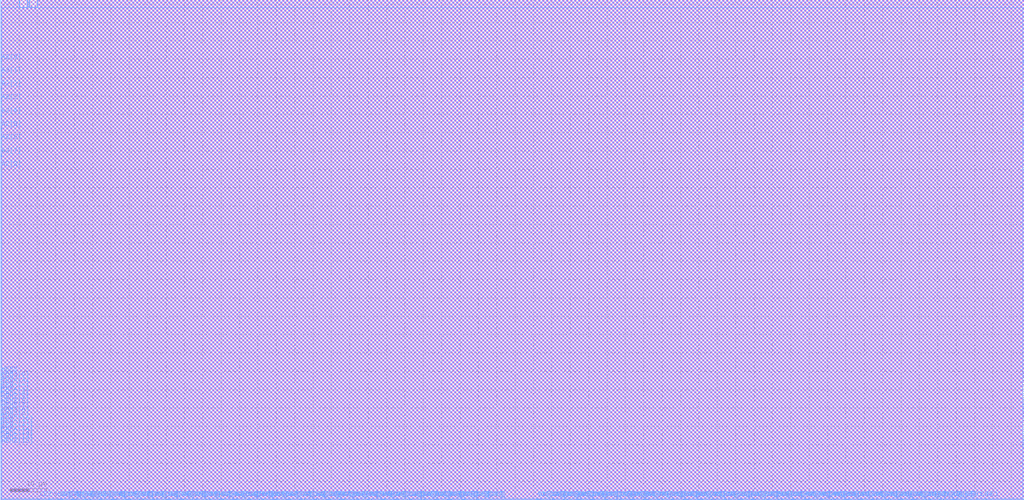
<source format=lef>
VERSION 5.5 ;
NAMESCASESENSITIVE ON ;
BUSBITCHARS "[]" ;
DIVIDERCHAR "/" ;

MACRO sram8t512x128
  CLASS BLOCK ;
  SOURCE USER ;
  ORIGIN 0 0 ;
  SIZE 278.464 BY 136.192 ;
  SYMMETRY X Y R90 ;

  PIN CE1
    DIRECTION INPUT ;
    USE SIGNAL ;
    PORT
      LAYER M2 ;
        RECT 268.128 0.000 268.280 0.152 ;
    END
    PORT
      LAYER M3 ;
        RECT 268.128 0.000 268.280 0.152 ;
    END
    PORT
      LAYER M4 ;
        RECT 268.128 0.000 268.280 0.152 ;
    END
    PORT
      LAYER M5 ;
        RECT 268.128 0.000 268.280 0.152 ;
    END
  END CE1

  PIN CSB1
    DIRECTION INPUT ;
    USE SIGNAL ;
    PORT
      LAYER M2 ;
        RECT 265.392 0.000 265.544 0.152 ;
    END
    PORT
      LAYER M3 ;
        RECT 265.392 0.000 265.544 0.152 ;
    END
    PORT
      LAYER M4 ;
        RECT 265.392 0.000 265.544 0.152 ;
    END
    PORT
      LAYER M5 ;
        RECT 265.392 0.000 265.544 0.152 ;
    END
  END CSB1

  PIN OEB1
    DIRECTION INPUT ;
    USE SIGNAL ;
    PORT
      LAYER M2 ;
        RECT 262.656 0.000 262.808 0.152 ;
    END
    PORT
      LAYER M3 ;
        RECT 262.656 0.000 262.808 0.152 ;
    END
    PORT
      LAYER M4 ;
        RECT 262.656 0.000 262.808 0.152 ;
    END
    PORT
      LAYER M5 ;
        RECT 262.656 0.000 262.808 0.152 ;
    END
  END OEB1

  PIN O1[3]
    DIRECTION OUTPUT ;
    USE SIGNAL ;
    PORT
      LAYER M2 ;
        RECT 259.920 0.000 260.072 0.152 ;
    END
    PORT
      LAYER M3 ;
        RECT 259.920 0.000 260.072 0.152 ;
    END
    PORT
      LAYER M4 ;
        RECT 259.920 0.000 260.072 0.152 ;
    END
    PORT
      LAYER M5 ;
        RECT 259.920 0.000 260.072 0.152 ;
    END
  END O1[3]

  PIN O1[2]
    DIRECTION OUTPUT ;
    USE SIGNAL ;
    PORT
      LAYER M2 ;
        RECT 259.616 0.000 259.768 0.152 ;
    END
    PORT
      LAYER M3 ;
        RECT 259.616 0.000 259.768 0.152 ;
    END
    PORT
      LAYER M4 ;
        RECT 259.616 0.000 259.768 0.152 ;
    END
    PORT
      LAYER M5 ;
        RECT 259.616 0.000 259.768 0.152 ;
    END
  END O1[2]

  PIN O1[1]
    DIRECTION OUTPUT ;
    USE SIGNAL ;
    PORT
      LAYER M2 ;
        RECT 259.312 0.000 259.464 0.152 ;
    END
    PORT
      LAYER M3 ;
        RECT 259.312 0.000 259.464 0.152 ;
    END
    PORT
      LAYER M4 ;
        RECT 259.312 0.000 259.464 0.152 ;
    END
    PORT
      LAYER M5 ;
        RECT 259.312 0.000 259.464 0.152 ;
    END
  END O1[1]

  PIN O1[0]
    DIRECTION OUTPUT ;
    USE SIGNAL ;
    PORT
      LAYER M2 ;
        RECT 259.008 0.000 259.160 0.152 ;
    END
    PORT
      LAYER M3 ;
        RECT 259.008 0.000 259.160 0.152 ;
    END
    PORT
      LAYER M4 ;
        RECT 259.008 0.000 259.160 0.152 ;
    END
    PORT
      LAYER M5 ;
        RECT 259.008 0.000 259.160 0.152 ;
    END
  END O1[0]

  PIN O1[7]
    DIRECTION OUTPUT ;
    USE SIGNAL ;
    PORT
      LAYER M2 ;
        RECT 256.272 0.000 256.424 0.152 ;
    END
    PORT
      LAYER M3 ;
        RECT 256.272 0.000 256.424 0.152 ;
    END
    PORT
      LAYER M4 ;
        RECT 256.272 0.000 256.424 0.152 ;
    END
    PORT
      LAYER M5 ;
        RECT 256.272 0.000 256.424 0.152 ;
    END
  END O1[7]

  PIN O1[6]
    DIRECTION OUTPUT ;
    USE SIGNAL ;
    PORT
      LAYER M2 ;
        RECT 255.968 0.000 256.120 0.152 ;
    END
    PORT
      LAYER M3 ;
        RECT 255.968 0.000 256.120 0.152 ;
    END
    PORT
      LAYER M4 ;
        RECT 255.968 0.000 256.120 0.152 ;
    END
    PORT
      LAYER M5 ;
        RECT 255.968 0.000 256.120 0.152 ;
    END
  END O1[6]

  PIN O1[5]
    DIRECTION OUTPUT ;
    USE SIGNAL ;
    PORT
      LAYER M2 ;
        RECT 255.664 0.000 255.816 0.152 ;
    END
    PORT
      LAYER M3 ;
        RECT 255.664 0.000 255.816 0.152 ;
    END
    PORT
      LAYER M4 ;
        RECT 255.664 0.000 255.816 0.152 ;
    END
    PORT
      LAYER M5 ;
        RECT 255.664 0.000 255.816 0.152 ;
    END
  END O1[5]

  PIN O1[4]
    DIRECTION OUTPUT ;
    USE SIGNAL ;
    PORT
      LAYER M2 ;
        RECT 255.360 0.000 255.512 0.152 ;
    END
    PORT
      LAYER M3 ;
        RECT 255.360 0.000 255.512 0.152 ;
    END
    PORT
      LAYER M4 ;
        RECT 255.360 0.000 255.512 0.152 ;
    END
    PORT
      LAYER M5 ;
        RECT 255.360 0.000 255.512 0.152 ;
    END
  END O1[4]

  PIN O1[11]
    DIRECTION OUTPUT ;
    USE SIGNAL ;
    PORT
      LAYER M2 ;
        RECT 252.624 0.000 252.776 0.152 ;
    END
    PORT
      LAYER M3 ;
        RECT 252.624 0.000 252.776 0.152 ;
    END
    PORT
      LAYER M4 ;
        RECT 252.624 0.000 252.776 0.152 ;
    END
    PORT
      LAYER M5 ;
        RECT 252.624 0.000 252.776 0.152 ;
    END
  END O1[11]

  PIN O1[10]
    DIRECTION OUTPUT ;
    USE SIGNAL ;
    PORT
      LAYER M2 ;
        RECT 252.320 0.000 252.472 0.152 ;
    END
    PORT
      LAYER M3 ;
        RECT 252.320 0.000 252.472 0.152 ;
    END
    PORT
      LAYER M4 ;
        RECT 252.320 0.000 252.472 0.152 ;
    END
    PORT
      LAYER M5 ;
        RECT 252.320 0.000 252.472 0.152 ;
    END
  END O1[10]

  PIN O1[9]
    DIRECTION OUTPUT ;
    USE SIGNAL ;
    PORT
      LAYER M2 ;
        RECT 252.016 0.000 252.168 0.152 ;
    END
    PORT
      LAYER M3 ;
        RECT 252.016 0.000 252.168 0.152 ;
    END
    PORT
      LAYER M4 ;
        RECT 252.016 0.000 252.168 0.152 ;
    END
    PORT
      LAYER M5 ;
        RECT 252.016 0.000 252.168 0.152 ;
    END
  END O1[9]

  PIN O1[8]
    DIRECTION OUTPUT ;
    USE SIGNAL ;
    PORT
      LAYER M2 ;
        RECT 251.712 0.000 251.864 0.152 ;
    END
    PORT
      LAYER M3 ;
        RECT 251.712 0.000 251.864 0.152 ;
    END
    PORT
      LAYER M4 ;
        RECT 251.712 0.000 251.864 0.152 ;
    END
    PORT
      LAYER M5 ;
        RECT 251.712 0.000 251.864 0.152 ;
    END
  END O1[8]

  PIN O1[15]
    DIRECTION OUTPUT ;
    USE SIGNAL ;
    PORT
      LAYER M2 ;
        RECT 248.976 0.000 249.128 0.152 ;
    END
    PORT
      LAYER M3 ;
        RECT 248.976 0.000 249.128 0.152 ;
    END
    PORT
      LAYER M4 ;
        RECT 248.976 0.000 249.128 0.152 ;
    END
    PORT
      LAYER M5 ;
        RECT 248.976 0.000 249.128 0.152 ;
    END
  END O1[15]

  PIN O1[14]
    DIRECTION OUTPUT ;
    USE SIGNAL ;
    PORT
      LAYER M2 ;
        RECT 248.672 0.000 248.824 0.152 ;
    END
    PORT
      LAYER M3 ;
        RECT 248.672 0.000 248.824 0.152 ;
    END
    PORT
      LAYER M4 ;
        RECT 248.672 0.000 248.824 0.152 ;
    END
    PORT
      LAYER M5 ;
        RECT 248.672 0.000 248.824 0.152 ;
    END
  END O1[14]

  PIN O1[13]
    DIRECTION OUTPUT ;
    USE SIGNAL ;
    PORT
      LAYER M2 ;
        RECT 248.368 0.000 248.520 0.152 ;
    END
    PORT
      LAYER M3 ;
        RECT 248.368 0.000 248.520 0.152 ;
    END
    PORT
      LAYER M4 ;
        RECT 248.368 0.000 248.520 0.152 ;
    END
    PORT
      LAYER M5 ;
        RECT 248.368 0.000 248.520 0.152 ;
    END
  END O1[13]

  PIN O1[12]
    DIRECTION OUTPUT ;
    USE SIGNAL ;
    PORT
      LAYER M2 ;
        RECT 248.064 0.000 248.216 0.152 ;
    END
    PORT
      LAYER M3 ;
        RECT 248.064 0.000 248.216 0.152 ;
    END
    PORT
      LAYER M4 ;
        RECT 248.064 0.000 248.216 0.152 ;
    END
    PORT
      LAYER M5 ;
        RECT 248.064 0.000 248.216 0.152 ;
    END
  END O1[12]

  PIN O1[19]
    DIRECTION OUTPUT ;
    USE SIGNAL ;
    PORT
      LAYER M2 ;
        RECT 245.328 0.000 245.480 0.152 ;
    END
    PORT
      LAYER M3 ;
        RECT 245.328 0.000 245.480 0.152 ;
    END
    PORT
      LAYER M4 ;
        RECT 245.328 0.000 245.480 0.152 ;
    END
    PORT
      LAYER M5 ;
        RECT 245.328 0.000 245.480 0.152 ;
    END
  END O1[19]

  PIN O1[18]
    DIRECTION OUTPUT ;
    USE SIGNAL ;
    PORT
      LAYER M2 ;
        RECT 245.024 0.000 245.176 0.152 ;
    END
    PORT
      LAYER M3 ;
        RECT 245.024 0.000 245.176 0.152 ;
    END
    PORT
      LAYER M4 ;
        RECT 245.024 0.000 245.176 0.152 ;
    END
    PORT
      LAYER M5 ;
        RECT 245.024 0.000 245.176 0.152 ;
    END
  END O1[18]

  PIN O1[17]
    DIRECTION OUTPUT ;
    USE SIGNAL ;
    PORT
      LAYER M2 ;
        RECT 244.720 0.000 244.872 0.152 ;
    END
    PORT
      LAYER M3 ;
        RECT 244.720 0.000 244.872 0.152 ;
    END
    PORT
      LAYER M4 ;
        RECT 244.720 0.000 244.872 0.152 ;
    END
    PORT
      LAYER M5 ;
        RECT 244.720 0.000 244.872 0.152 ;
    END
  END O1[17]

  PIN O1[16]
    DIRECTION OUTPUT ;
    USE SIGNAL ;
    PORT
      LAYER M2 ;
        RECT 244.416 0.000 244.568 0.152 ;
    END
    PORT
      LAYER M3 ;
        RECT 244.416 0.000 244.568 0.152 ;
    END
    PORT
      LAYER M4 ;
        RECT 244.416 0.000 244.568 0.152 ;
    END
    PORT
      LAYER M5 ;
        RECT 244.416 0.000 244.568 0.152 ;
    END
  END O1[16]

  PIN O1[23]
    DIRECTION OUTPUT ;
    USE SIGNAL ;
    PORT
      LAYER M2 ;
        RECT 241.680 0.000 241.832 0.152 ;
    END
    PORT
      LAYER M3 ;
        RECT 241.680 0.000 241.832 0.152 ;
    END
    PORT
      LAYER M4 ;
        RECT 241.680 0.000 241.832 0.152 ;
    END
    PORT
      LAYER M5 ;
        RECT 241.680 0.000 241.832 0.152 ;
    END
  END O1[23]

  PIN O1[22]
    DIRECTION OUTPUT ;
    USE SIGNAL ;
    PORT
      LAYER M2 ;
        RECT 241.376 0.000 241.528 0.152 ;
    END
    PORT
      LAYER M3 ;
        RECT 241.376 0.000 241.528 0.152 ;
    END
    PORT
      LAYER M4 ;
        RECT 241.376 0.000 241.528 0.152 ;
    END
    PORT
      LAYER M5 ;
        RECT 241.376 0.000 241.528 0.152 ;
    END
  END O1[22]

  PIN O1[21]
    DIRECTION OUTPUT ;
    USE SIGNAL ;
    PORT
      LAYER M2 ;
        RECT 241.072 0.000 241.224 0.152 ;
    END
    PORT
      LAYER M3 ;
        RECT 241.072 0.000 241.224 0.152 ;
    END
    PORT
      LAYER M4 ;
        RECT 241.072 0.000 241.224 0.152 ;
    END
    PORT
      LAYER M5 ;
        RECT 241.072 0.000 241.224 0.152 ;
    END
  END O1[21]

  PIN O1[20]
    DIRECTION OUTPUT ;
    USE SIGNAL ;
    PORT
      LAYER M2 ;
        RECT 240.768 0.000 240.920 0.152 ;
    END
    PORT
      LAYER M3 ;
        RECT 240.768 0.000 240.920 0.152 ;
    END
    PORT
      LAYER M4 ;
        RECT 240.768 0.000 240.920 0.152 ;
    END
    PORT
      LAYER M5 ;
        RECT 240.768 0.000 240.920 0.152 ;
    END
  END O1[20]

  PIN O1[27]
    DIRECTION OUTPUT ;
    USE SIGNAL ;
    PORT
      LAYER M2 ;
        RECT 238.032 0.000 238.184 0.152 ;
    END
    PORT
      LAYER M3 ;
        RECT 238.032 0.000 238.184 0.152 ;
    END
    PORT
      LAYER M4 ;
        RECT 238.032 0.000 238.184 0.152 ;
    END
    PORT
      LAYER M5 ;
        RECT 238.032 0.000 238.184 0.152 ;
    END
  END O1[27]

  PIN O1[26]
    DIRECTION OUTPUT ;
    USE SIGNAL ;
    PORT
      LAYER M2 ;
        RECT 237.728 0.000 237.880 0.152 ;
    END
    PORT
      LAYER M3 ;
        RECT 237.728 0.000 237.880 0.152 ;
    END
    PORT
      LAYER M4 ;
        RECT 237.728 0.000 237.880 0.152 ;
    END
    PORT
      LAYER M5 ;
        RECT 237.728 0.000 237.880 0.152 ;
    END
  END O1[26]

  PIN O1[25]
    DIRECTION OUTPUT ;
    USE SIGNAL ;
    PORT
      LAYER M2 ;
        RECT 237.424 0.000 237.576 0.152 ;
    END
    PORT
      LAYER M3 ;
        RECT 237.424 0.000 237.576 0.152 ;
    END
    PORT
      LAYER M4 ;
        RECT 237.424 0.000 237.576 0.152 ;
    END
    PORT
      LAYER M5 ;
        RECT 237.424 0.000 237.576 0.152 ;
    END
  END O1[25]

  PIN O1[24]
    DIRECTION OUTPUT ;
    USE SIGNAL ;
    PORT
      LAYER M2 ;
        RECT 237.120 0.000 237.272 0.152 ;
    END
    PORT
      LAYER M3 ;
        RECT 237.120 0.000 237.272 0.152 ;
    END
    PORT
      LAYER M4 ;
        RECT 237.120 0.000 237.272 0.152 ;
    END
    PORT
      LAYER M5 ;
        RECT 237.120 0.000 237.272 0.152 ;
    END
  END O1[24]

  PIN O1[31]
    DIRECTION OUTPUT ;
    USE SIGNAL ;
    PORT
      LAYER M2 ;
        RECT 234.384 0.000 234.536 0.152 ;
    END
    PORT
      LAYER M3 ;
        RECT 234.384 0.000 234.536 0.152 ;
    END
    PORT
      LAYER M4 ;
        RECT 234.384 0.000 234.536 0.152 ;
    END
    PORT
      LAYER M5 ;
        RECT 234.384 0.000 234.536 0.152 ;
    END
  END O1[31]

  PIN O1[30]
    DIRECTION OUTPUT ;
    USE SIGNAL ;
    PORT
      LAYER M2 ;
        RECT 234.080 0.000 234.232 0.152 ;
    END
    PORT
      LAYER M3 ;
        RECT 234.080 0.000 234.232 0.152 ;
    END
    PORT
      LAYER M4 ;
        RECT 234.080 0.000 234.232 0.152 ;
    END
    PORT
      LAYER M5 ;
        RECT 234.080 0.000 234.232 0.152 ;
    END
  END O1[30]

  PIN O1[29]
    DIRECTION OUTPUT ;
    USE SIGNAL ;
    PORT
      LAYER M2 ;
        RECT 233.776 0.000 233.928 0.152 ;
    END
    PORT
      LAYER M3 ;
        RECT 233.776 0.000 233.928 0.152 ;
    END
    PORT
      LAYER M4 ;
        RECT 233.776 0.000 233.928 0.152 ;
    END
    PORT
      LAYER M5 ;
        RECT 233.776 0.000 233.928 0.152 ;
    END
  END O1[29]

  PIN O1[28]
    DIRECTION OUTPUT ;
    USE SIGNAL ;
    PORT
      LAYER M2 ;
        RECT 233.472 0.000 233.624 0.152 ;
    END
    PORT
      LAYER M3 ;
        RECT 233.472 0.000 233.624 0.152 ;
    END
    PORT
      LAYER M4 ;
        RECT 233.472 0.000 233.624 0.152 ;
    END
    PORT
      LAYER M5 ;
        RECT 233.472 0.000 233.624 0.152 ;
    END
  END O1[28]

  PIN O1[35]
    DIRECTION OUTPUT ;
    USE SIGNAL ;
    PORT
      LAYER M2 ;
        RECT 230.736 0.000 230.888 0.152 ;
    END
    PORT
      LAYER M3 ;
        RECT 230.736 0.000 230.888 0.152 ;
    END
    PORT
      LAYER M4 ;
        RECT 230.736 0.000 230.888 0.152 ;
    END
    PORT
      LAYER M5 ;
        RECT 230.736 0.000 230.888 0.152 ;
    END
  END O1[35]

  PIN O1[34]
    DIRECTION OUTPUT ;
    USE SIGNAL ;
    PORT
      LAYER M2 ;
        RECT 230.432 0.000 230.584 0.152 ;
    END
    PORT
      LAYER M3 ;
        RECT 230.432 0.000 230.584 0.152 ;
    END
    PORT
      LAYER M4 ;
        RECT 230.432 0.000 230.584 0.152 ;
    END
    PORT
      LAYER M5 ;
        RECT 230.432 0.000 230.584 0.152 ;
    END
  END O1[34]

  PIN O1[33]
    DIRECTION OUTPUT ;
    USE SIGNAL ;
    PORT
      LAYER M2 ;
        RECT 230.128 0.000 230.280 0.152 ;
    END
    PORT
      LAYER M3 ;
        RECT 230.128 0.000 230.280 0.152 ;
    END
    PORT
      LAYER M4 ;
        RECT 230.128 0.000 230.280 0.152 ;
    END
    PORT
      LAYER M5 ;
        RECT 230.128 0.000 230.280 0.152 ;
    END
  END O1[33]

  PIN O1[32]
    DIRECTION OUTPUT ;
    USE SIGNAL ;
    PORT
      LAYER M2 ;
        RECT 229.824 0.000 229.976 0.152 ;
    END
    PORT
      LAYER M3 ;
        RECT 229.824 0.000 229.976 0.152 ;
    END
    PORT
      LAYER M4 ;
        RECT 229.824 0.000 229.976 0.152 ;
    END
    PORT
      LAYER M5 ;
        RECT 229.824 0.000 229.976 0.152 ;
    END
  END O1[32]

  PIN O1[39]
    DIRECTION OUTPUT ;
    USE SIGNAL ;
    PORT
      LAYER M2 ;
        RECT 227.088 0.000 227.240 0.152 ;
    END
    PORT
      LAYER M3 ;
        RECT 227.088 0.000 227.240 0.152 ;
    END
    PORT
      LAYER M4 ;
        RECT 227.088 0.000 227.240 0.152 ;
    END
    PORT
      LAYER M5 ;
        RECT 227.088 0.000 227.240 0.152 ;
    END
  END O1[39]

  PIN O1[38]
    DIRECTION OUTPUT ;
    USE SIGNAL ;
    PORT
      LAYER M2 ;
        RECT 226.784 0.000 226.936 0.152 ;
    END
    PORT
      LAYER M3 ;
        RECT 226.784 0.000 226.936 0.152 ;
    END
    PORT
      LAYER M4 ;
        RECT 226.784 0.000 226.936 0.152 ;
    END
    PORT
      LAYER M5 ;
        RECT 226.784 0.000 226.936 0.152 ;
    END
  END O1[38]

  PIN O1[37]
    DIRECTION OUTPUT ;
    USE SIGNAL ;
    PORT
      LAYER M2 ;
        RECT 226.480 0.000 226.632 0.152 ;
    END
    PORT
      LAYER M3 ;
        RECT 226.480 0.000 226.632 0.152 ;
    END
    PORT
      LAYER M4 ;
        RECT 226.480 0.000 226.632 0.152 ;
    END
    PORT
      LAYER M5 ;
        RECT 226.480 0.000 226.632 0.152 ;
    END
  END O1[37]

  PIN O1[36]
    DIRECTION OUTPUT ;
    USE SIGNAL ;
    PORT
      LAYER M2 ;
        RECT 226.176 0.000 226.328 0.152 ;
    END
    PORT
      LAYER M3 ;
        RECT 226.176 0.000 226.328 0.152 ;
    END
    PORT
      LAYER M4 ;
        RECT 226.176 0.000 226.328 0.152 ;
    END
    PORT
      LAYER M5 ;
        RECT 226.176 0.000 226.328 0.152 ;
    END
  END O1[36]

  PIN O1[43]
    DIRECTION OUTPUT ;
    USE SIGNAL ;
    PORT
      LAYER M2 ;
        RECT 223.440 0.000 223.592 0.152 ;
    END
    PORT
      LAYER M3 ;
        RECT 223.440 0.000 223.592 0.152 ;
    END
    PORT
      LAYER M4 ;
        RECT 223.440 0.000 223.592 0.152 ;
    END
    PORT
      LAYER M5 ;
        RECT 223.440 0.000 223.592 0.152 ;
    END
  END O1[43]

  PIN O1[42]
    DIRECTION OUTPUT ;
    USE SIGNAL ;
    PORT
      LAYER M2 ;
        RECT 223.136 0.000 223.288 0.152 ;
    END
    PORT
      LAYER M3 ;
        RECT 223.136 0.000 223.288 0.152 ;
    END
    PORT
      LAYER M4 ;
        RECT 223.136 0.000 223.288 0.152 ;
    END
    PORT
      LAYER M5 ;
        RECT 223.136 0.000 223.288 0.152 ;
    END
  END O1[42]

  PIN O1[41]
    DIRECTION OUTPUT ;
    USE SIGNAL ;
    PORT
      LAYER M2 ;
        RECT 222.832 0.000 222.984 0.152 ;
    END
    PORT
      LAYER M3 ;
        RECT 222.832 0.000 222.984 0.152 ;
    END
    PORT
      LAYER M4 ;
        RECT 222.832 0.000 222.984 0.152 ;
    END
    PORT
      LAYER M5 ;
        RECT 222.832 0.000 222.984 0.152 ;
    END
  END O1[41]

  PIN O1[40]
    DIRECTION OUTPUT ;
    USE SIGNAL ;
    PORT
      LAYER M2 ;
        RECT 222.528 0.000 222.680 0.152 ;
    END
    PORT
      LAYER M3 ;
        RECT 222.528 0.000 222.680 0.152 ;
    END
    PORT
      LAYER M4 ;
        RECT 222.528 0.000 222.680 0.152 ;
    END
    PORT
      LAYER M5 ;
        RECT 222.528 0.000 222.680 0.152 ;
    END
  END O1[40]

  PIN O1[47]
    DIRECTION OUTPUT ;
    USE SIGNAL ;
    PORT
      LAYER M2 ;
        RECT 219.792 0.000 219.944 0.152 ;
    END
    PORT
      LAYER M3 ;
        RECT 219.792 0.000 219.944 0.152 ;
    END
    PORT
      LAYER M4 ;
        RECT 219.792 0.000 219.944 0.152 ;
    END
    PORT
      LAYER M5 ;
        RECT 219.792 0.000 219.944 0.152 ;
    END
  END O1[47]

  PIN O1[46]
    DIRECTION OUTPUT ;
    USE SIGNAL ;
    PORT
      LAYER M2 ;
        RECT 219.488 0.000 219.640 0.152 ;
    END
    PORT
      LAYER M3 ;
        RECT 219.488 0.000 219.640 0.152 ;
    END
    PORT
      LAYER M4 ;
        RECT 219.488 0.000 219.640 0.152 ;
    END
    PORT
      LAYER M5 ;
        RECT 219.488 0.000 219.640 0.152 ;
    END
  END O1[46]

  PIN O1[45]
    DIRECTION OUTPUT ;
    USE SIGNAL ;
    PORT
      LAYER M2 ;
        RECT 219.184 0.000 219.336 0.152 ;
    END
    PORT
      LAYER M3 ;
        RECT 219.184 0.000 219.336 0.152 ;
    END
    PORT
      LAYER M4 ;
        RECT 219.184 0.000 219.336 0.152 ;
    END
    PORT
      LAYER M5 ;
        RECT 219.184 0.000 219.336 0.152 ;
    END
  END O1[45]

  PIN O1[44]
    DIRECTION OUTPUT ;
    USE SIGNAL ;
    PORT
      LAYER M2 ;
        RECT 218.880 0.000 219.032 0.152 ;
    END
    PORT
      LAYER M3 ;
        RECT 218.880 0.000 219.032 0.152 ;
    END
    PORT
      LAYER M4 ;
        RECT 218.880 0.000 219.032 0.152 ;
    END
    PORT
      LAYER M5 ;
        RECT 218.880 0.000 219.032 0.152 ;
    END
  END O1[44]

  PIN O1[51]
    DIRECTION OUTPUT ;
    USE SIGNAL ;
    PORT
      LAYER M2 ;
        RECT 216.144 0.000 216.296 0.152 ;
    END
    PORT
      LAYER M3 ;
        RECT 216.144 0.000 216.296 0.152 ;
    END
    PORT
      LAYER M4 ;
        RECT 216.144 0.000 216.296 0.152 ;
    END
    PORT
      LAYER M5 ;
        RECT 216.144 0.000 216.296 0.152 ;
    END
  END O1[51]

  PIN O1[50]
    DIRECTION OUTPUT ;
    USE SIGNAL ;
    PORT
      LAYER M2 ;
        RECT 215.840 0.000 215.992 0.152 ;
    END
    PORT
      LAYER M3 ;
        RECT 215.840 0.000 215.992 0.152 ;
    END
    PORT
      LAYER M4 ;
        RECT 215.840 0.000 215.992 0.152 ;
    END
    PORT
      LAYER M5 ;
        RECT 215.840 0.000 215.992 0.152 ;
    END
  END O1[50]

  PIN O1[49]
    DIRECTION OUTPUT ;
    USE SIGNAL ;
    PORT
      LAYER M2 ;
        RECT 215.536 0.000 215.688 0.152 ;
    END
    PORT
      LAYER M3 ;
        RECT 215.536 0.000 215.688 0.152 ;
    END
    PORT
      LAYER M4 ;
        RECT 215.536 0.000 215.688 0.152 ;
    END
    PORT
      LAYER M5 ;
        RECT 215.536 0.000 215.688 0.152 ;
    END
  END O1[49]

  PIN O1[48]
    DIRECTION OUTPUT ;
    USE SIGNAL ;
    PORT
      LAYER M2 ;
        RECT 215.232 0.000 215.384 0.152 ;
    END
    PORT
      LAYER M3 ;
        RECT 215.232 0.000 215.384 0.152 ;
    END
    PORT
      LAYER M4 ;
        RECT 215.232 0.000 215.384 0.152 ;
    END
    PORT
      LAYER M5 ;
        RECT 215.232 0.000 215.384 0.152 ;
    END
  END O1[48]

  PIN O1[55]
    DIRECTION OUTPUT ;
    USE SIGNAL ;
    PORT
      LAYER M2 ;
        RECT 212.496 0.000 212.648 0.152 ;
    END
    PORT
      LAYER M3 ;
        RECT 212.496 0.000 212.648 0.152 ;
    END
    PORT
      LAYER M4 ;
        RECT 212.496 0.000 212.648 0.152 ;
    END
    PORT
      LAYER M5 ;
        RECT 212.496 0.000 212.648 0.152 ;
    END
  END O1[55]

  PIN O1[54]
    DIRECTION OUTPUT ;
    USE SIGNAL ;
    PORT
      LAYER M2 ;
        RECT 212.192 0.000 212.344 0.152 ;
    END
    PORT
      LAYER M3 ;
        RECT 212.192 0.000 212.344 0.152 ;
    END
    PORT
      LAYER M4 ;
        RECT 212.192 0.000 212.344 0.152 ;
    END
    PORT
      LAYER M5 ;
        RECT 212.192 0.000 212.344 0.152 ;
    END
  END O1[54]

  PIN O1[53]
    DIRECTION OUTPUT ;
    USE SIGNAL ;
    PORT
      LAYER M2 ;
        RECT 211.888 0.000 212.040 0.152 ;
    END
    PORT
      LAYER M3 ;
        RECT 211.888 0.000 212.040 0.152 ;
    END
    PORT
      LAYER M4 ;
        RECT 211.888 0.000 212.040 0.152 ;
    END
    PORT
      LAYER M5 ;
        RECT 211.888 0.000 212.040 0.152 ;
    END
  END O1[53]

  PIN O1[52]
    DIRECTION OUTPUT ;
    USE SIGNAL ;
    PORT
      LAYER M2 ;
        RECT 211.584 0.000 211.736 0.152 ;
    END
    PORT
      LAYER M3 ;
        RECT 211.584 0.000 211.736 0.152 ;
    END
    PORT
      LAYER M4 ;
        RECT 211.584 0.000 211.736 0.152 ;
    END
    PORT
      LAYER M5 ;
        RECT 211.584 0.000 211.736 0.152 ;
    END
  END O1[52]

  PIN O1[59]
    DIRECTION OUTPUT ;
    USE SIGNAL ;
    PORT
      LAYER M2 ;
        RECT 208.848 0.000 209.000 0.152 ;
    END
    PORT
      LAYER M3 ;
        RECT 208.848 0.000 209.000 0.152 ;
    END
    PORT
      LAYER M4 ;
        RECT 208.848 0.000 209.000 0.152 ;
    END
    PORT
      LAYER M5 ;
        RECT 208.848 0.000 209.000 0.152 ;
    END
  END O1[59]

  PIN O1[58]
    DIRECTION OUTPUT ;
    USE SIGNAL ;
    PORT
      LAYER M2 ;
        RECT 208.544 0.000 208.696 0.152 ;
    END
    PORT
      LAYER M3 ;
        RECT 208.544 0.000 208.696 0.152 ;
    END
    PORT
      LAYER M4 ;
        RECT 208.544 0.000 208.696 0.152 ;
    END
    PORT
      LAYER M5 ;
        RECT 208.544 0.000 208.696 0.152 ;
    END
  END O1[58]

  PIN O1[57]
    DIRECTION OUTPUT ;
    USE SIGNAL ;
    PORT
      LAYER M2 ;
        RECT 208.240 0.000 208.392 0.152 ;
    END
    PORT
      LAYER M3 ;
        RECT 208.240 0.000 208.392 0.152 ;
    END
    PORT
      LAYER M4 ;
        RECT 208.240 0.000 208.392 0.152 ;
    END
    PORT
      LAYER M5 ;
        RECT 208.240 0.000 208.392 0.152 ;
    END
  END O1[57]

  PIN O1[56]
    DIRECTION OUTPUT ;
    USE SIGNAL ;
    PORT
      LAYER M2 ;
        RECT 207.936 0.000 208.088 0.152 ;
    END
    PORT
      LAYER M3 ;
        RECT 207.936 0.000 208.088 0.152 ;
    END
    PORT
      LAYER M4 ;
        RECT 207.936 0.000 208.088 0.152 ;
    END
    PORT
      LAYER M5 ;
        RECT 207.936 0.000 208.088 0.152 ;
    END
  END O1[56]

  PIN O1[63]
    DIRECTION OUTPUT ;
    USE SIGNAL ;
    PORT
      LAYER M2 ;
        RECT 205.200 0.000 205.352 0.152 ;
    END
    PORT
      LAYER M3 ;
        RECT 205.200 0.000 205.352 0.152 ;
    END
    PORT
      LAYER M4 ;
        RECT 205.200 0.000 205.352 0.152 ;
    END
    PORT
      LAYER M5 ;
        RECT 205.200 0.000 205.352 0.152 ;
    END
  END O1[63]

  PIN O1[62]
    DIRECTION OUTPUT ;
    USE SIGNAL ;
    PORT
      LAYER M2 ;
        RECT 204.896 0.000 205.048 0.152 ;
    END
    PORT
      LAYER M3 ;
        RECT 204.896 0.000 205.048 0.152 ;
    END
    PORT
      LAYER M4 ;
        RECT 204.896 0.000 205.048 0.152 ;
    END
    PORT
      LAYER M5 ;
        RECT 204.896 0.000 205.048 0.152 ;
    END
  END O1[62]

  PIN O1[61]
    DIRECTION OUTPUT ;
    USE SIGNAL ;
    PORT
      LAYER M2 ;
        RECT 204.592 0.000 204.744 0.152 ;
    END
    PORT
      LAYER M3 ;
        RECT 204.592 0.000 204.744 0.152 ;
    END
    PORT
      LAYER M4 ;
        RECT 204.592 0.000 204.744 0.152 ;
    END
    PORT
      LAYER M5 ;
        RECT 204.592 0.000 204.744 0.152 ;
    END
  END O1[61]

  PIN O1[60]
    DIRECTION OUTPUT ;
    USE SIGNAL ;
    PORT
      LAYER M2 ;
        RECT 204.288 0.000 204.440 0.152 ;
    END
    PORT
      LAYER M3 ;
        RECT 204.288 0.000 204.440 0.152 ;
    END
    PORT
      LAYER M4 ;
        RECT 204.288 0.000 204.440 0.152 ;
    END
    PORT
      LAYER M5 ;
        RECT 204.288 0.000 204.440 0.152 ;
    END
  END O1[60]

  PIN O1[67]
    DIRECTION OUTPUT ;
    USE SIGNAL ;
    PORT
      LAYER M2 ;
        RECT 201.552 0.000 201.704 0.152 ;
    END
    PORT
      LAYER M3 ;
        RECT 201.552 0.000 201.704 0.152 ;
    END
    PORT
      LAYER M4 ;
        RECT 201.552 0.000 201.704 0.152 ;
    END
    PORT
      LAYER M5 ;
        RECT 201.552 0.000 201.704 0.152 ;
    END
  END O1[67]

  PIN O1[66]
    DIRECTION OUTPUT ;
    USE SIGNAL ;
    PORT
      LAYER M2 ;
        RECT 201.248 0.000 201.400 0.152 ;
    END
    PORT
      LAYER M3 ;
        RECT 201.248 0.000 201.400 0.152 ;
    END
    PORT
      LAYER M4 ;
        RECT 201.248 0.000 201.400 0.152 ;
    END
    PORT
      LAYER M5 ;
        RECT 201.248 0.000 201.400 0.152 ;
    END
  END O1[66]

  PIN O1[65]
    DIRECTION OUTPUT ;
    USE SIGNAL ;
    PORT
      LAYER M2 ;
        RECT 200.944 0.000 201.096 0.152 ;
    END
    PORT
      LAYER M3 ;
        RECT 200.944 0.000 201.096 0.152 ;
    END
    PORT
      LAYER M4 ;
        RECT 200.944 0.000 201.096 0.152 ;
    END
    PORT
      LAYER M5 ;
        RECT 200.944 0.000 201.096 0.152 ;
    END
  END O1[65]

  PIN O1[64]
    DIRECTION OUTPUT ;
    USE SIGNAL ;
    PORT
      LAYER M2 ;
        RECT 200.640 0.000 200.792 0.152 ;
    END
    PORT
      LAYER M3 ;
        RECT 200.640 0.000 200.792 0.152 ;
    END
    PORT
      LAYER M4 ;
        RECT 200.640 0.000 200.792 0.152 ;
    END
    PORT
      LAYER M5 ;
        RECT 200.640 0.000 200.792 0.152 ;
    END
  END O1[64]

  PIN O1[71]
    DIRECTION OUTPUT ;
    USE SIGNAL ;
    PORT
      LAYER M2 ;
        RECT 197.904 0.000 198.056 0.152 ;
    END
    PORT
      LAYER M3 ;
        RECT 197.904 0.000 198.056 0.152 ;
    END
    PORT
      LAYER M4 ;
        RECT 197.904 0.000 198.056 0.152 ;
    END
    PORT
      LAYER M5 ;
        RECT 197.904 0.000 198.056 0.152 ;
    END
  END O1[71]

  PIN O1[70]
    DIRECTION OUTPUT ;
    USE SIGNAL ;
    PORT
      LAYER M2 ;
        RECT 197.600 0.000 197.752 0.152 ;
    END
    PORT
      LAYER M3 ;
        RECT 197.600 0.000 197.752 0.152 ;
    END
    PORT
      LAYER M4 ;
        RECT 197.600 0.000 197.752 0.152 ;
    END
    PORT
      LAYER M5 ;
        RECT 197.600 0.000 197.752 0.152 ;
    END
  END O1[70]

  PIN O1[69]
    DIRECTION OUTPUT ;
    USE SIGNAL ;
    PORT
      LAYER M2 ;
        RECT 197.296 0.000 197.448 0.152 ;
    END
    PORT
      LAYER M3 ;
        RECT 197.296 0.000 197.448 0.152 ;
    END
    PORT
      LAYER M4 ;
        RECT 197.296 0.000 197.448 0.152 ;
    END
    PORT
      LAYER M5 ;
        RECT 197.296 0.000 197.448 0.152 ;
    END
  END O1[69]

  PIN O1[68]
    DIRECTION OUTPUT ;
    USE SIGNAL ;
    PORT
      LAYER M2 ;
        RECT 196.992 0.000 197.144 0.152 ;
    END
    PORT
      LAYER M3 ;
        RECT 196.992 0.000 197.144 0.152 ;
    END
    PORT
      LAYER M4 ;
        RECT 196.992 0.000 197.144 0.152 ;
    END
    PORT
      LAYER M5 ;
        RECT 196.992 0.000 197.144 0.152 ;
    END
  END O1[68]

  PIN O1[75]
    DIRECTION OUTPUT ;
    USE SIGNAL ;
    PORT
      LAYER M2 ;
        RECT 194.256 0.000 194.408 0.152 ;
    END
    PORT
      LAYER M3 ;
        RECT 194.256 0.000 194.408 0.152 ;
    END
    PORT
      LAYER M4 ;
        RECT 194.256 0.000 194.408 0.152 ;
    END
    PORT
      LAYER M5 ;
        RECT 194.256 0.000 194.408 0.152 ;
    END
  END O1[75]

  PIN O1[74]
    DIRECTION OUTPUT ;
    USE SIGNAL ;
    PORT
      LAYER M2 ;
        RECT 193.952 0.000 194.104 0.152 ;
    END
    PORT
      LAYER M3 ;
        RECT 193.952 0.000 194.104 0.152 ;
    END
    PORT
      LAYER M4 ;
        RECT 193.952 0.000 194.104 0.152 ;
    END
    PORT
      LAYER M5 ;
        RECT 193.952 0.000 194.104 0.152 ;
    END
  END O1[74]

  PIN O1[73]
    DIRECTION OUTPUT ;
    USE SIGNAL ;
    PORT
      LAYER M2 ;
        RECT 193.648 0.000 193.800 0.152 ;
    END
    PORT
      LAYER M3 ;
        RECT 193.648 0.000 193.800 0.152 ;
    END
    PORT
      LAYER M4 ;
        RECT 193.648 0.000 193.800 0.152 ;
    END
    PORT
      LAYER M5 ;
        RECT 193.648 0.000 193.800 0.152 ;
    END
  END O1[73]

  PIN O1[72]
    DIRECTION OUTPUT ;
    USE SIGNAL ;
    PORT
      LAYER M2 ;
        RECT 193.344 0.000 193.496 0.152 ;
    END
    PORT
      LAYER M3 ;
        RECT 193.344 0.000 193.496 0.152 ;
    END
    PORT
      LAYER M4 ;
        RECT 193.344 0.000 193.496 0.152 ;
    END
    PORT
      LAYER M5 ;
        RECT 193.344 0.000 193.496 0.152 ;
    END
  END O1[72]

  PIN O1[79]
    DIRECTION OUTPUT ;
    USE SIGNAL ;
    PORT
      LAYER M2 ;
        RECT 190.608 0.000 190.760 0.152 ;
    END
    PORT
      LAYER M3 ;
        RECT 190.608 0.000 190.760 0.152 ;
    END
    PORT
      LAYER M4 ;
        RECT 190.608 0.000 190.760 0.152 ;
    END
    PORT
      LAYER M5 ;
        RECT 190.608 0.000 190.760 0.152 ;
    END
  END O1[79]

  PIN O1[78]
    DIRECTION OUTPUT ;
    USE SIGNAL ;
    PORT
      LAYER M2 ;
        RECT 190.304 0.000 190.456 0.152 ;
    END
    PORT
      LAYER M3 ;
        RECT 190.304 0.000 190.456 0.152 ;
    END
    PORT
      LAYER M4 ;
        RECT 190.304 0.000 190.456 0.152 ;
    END
    PORT
      LAYER M5 ;
        RECT 190.304 0.000 190.456 0.152 ;
    END
  END O1[78]

  PIN O1[77]
    DIRECTION OUTPUT ;
    USE SIGNAL ;
    PORT
      LAYER M2 ;
        RECT 190.000 0.000 190.152 0.152 ;
    END
    PORT
      LAYER M3 ;
        RECT 190.000 0.000 190.152 0.152 ;
    END
    PORT
      LAYER M4 ;
        RECT 190.000 0.000 190.152 0.152 ;
    END
    PORT
      LAYER M5 ;
        RECT 190.000 0.000 190.152 0.152 ;
    END
  END O1[77]

  PIN O1[76]
    DIRECTION OUTPUT ;
    USE SIGNAL ;
    PORT
      LAYER M2 ;
        RECT 189.696 0.000 189.848 0.152 ;
    END
    PORT
      LAYER M3 ;
        RECT 189.696 0.000 189.848 0.152 ;
    END
    PORT
      LAYER M4 ;
        RECT 189.696 0.000 189.848 0.152 ;
    END
    PORT
      LAYER M5 ;
        RECT 189.696 0.000 189.848 0.152 ;
    END
  END O1[76]

  PIN O1[83]
    DIRECTION OUTPUT ;
    USE SIGNAL ;
    PORT
      LAYER M2 ;
        RECT 186.960 0.000 187.112 0.152 ;
    END
    PORT
      LAYER M3 ;
        RECT 186.960 0.000 187.112 0.152 ;
    END
    PORT
      LAYER M4 ;
        RECT 186.960 0.000 187.112 0.152 ;
    END
    PORT
      LAYER M5 ;
        RECT 186.960 0.000 187.112 0.152 ;
    END
  END O1[83]

  PIN O1[82]
    DIRECTION OUTPUT ;
    USE SIGNAL ;
    PORT
      LAYER M2 ;
        RECT 186.656 0.000 186.808 0.152 ;
    END
    PORT
      LAYER M3 ;
        RECT 186.656 0.000 186.808 0.152 ;
    END
    PORT
      LAYER M4 ;
        RECT 186.656 0.000 186.808 0.152 ;
    END
    PORT
      LAYER M5 ;
        RECT 186.656 0.000 186.808 0.152 ;
    END
  END O1[82]

  PIN O1[81]
    DIRECTION OUTPUT ;
    USE SIGNAL ;
    PORT
      LAYER M2 ;
        RECT 186.352 0.000 186.504 0.152 ;
    END
    PORT
      LAYER M3 ;
        RECT 186.352 0.000 186.504 0.152 ;
    END
    PORT
      LAYER M4 ;
        RECT 186.352 0.000 186.504 0.152 ;
    END
    PORT
      LAYER M5 ;
        RECT 186.352 0.000 186.504 0.152 ;
    END
  END O1[81]

  PIN O1[80]
    DIRECTION OUTPUT ;
    USE SIGNAL ;
    PORT
      LAYER M2 ;
        RECT 186.048 0.000 186.200 0.152 ;
    END
    PORT
      LAYER M3 ;
        RECT 186.048 0.000 186.200 0.152 ;
    END
    PORT
      LAYER M4 ;
        RECT 186.048 0.000 186.200 0.152 ;
    END
    PORT
      LAYER M5 ;
        RECT 186.048 0.000 186.200 0.152 ;
    END
  END O1[80]

  PIN O1[87]
    DIRECTION OUTPUT ;
    USE SIGNAL ;
    PORT
      LAYER M2 ;
        RECT 183.312 0.000 183.464 0.152 ;
    END
    PORT
      LAYER M3 ;
        RECT 183.312 0.000 183.464 0.152 ;
    END
    PORT
      LAYER M4 ;
        RECT 183.312 0.000 183.464 0.152 ;
    END
    PORT
      LAYER M5 ;
        RECT 183.312 0.000 183.464 0.152 ;
    END
  END O1[87]

  PIN O1[86]
    DIRECTION OUTPUT ;
    USE SIGNAL ;
    PORT
      LAYER M2 ;
        RECT 183.008 0.000 183.160 0.152 ;
    END
    PORT
      LAYER M3 ;
        RECT 183.008 0.000 183.160 0.152 ;
    END
    PORT
      LAYER M4 ;
        RECT 183.008 0.000 183.160 0.152 ;
    END
    PORT
      LAYER M5 ;
        RECT 183.008 0.000 183.160 0.152 ;
    END
  END O1[86]

  PIN O1[85]
    DIRECTION OUTPUT ;
    USE SIGNAL ;
    PORT
      LAYER M2 ;
        RECT 182.704 0.000 182.856 0.152 ;
    END
    PORT
      LAYER M3 ;
        RECT 182.704 0.000 182.856 0.152 ;
    END
    PORT
      LAYER M4 ;
        RECT 182.704 0.000 182.856 0.152 ;
    END
    PORT
      LAYER M5 ;
        RECT 182.704 0.000 182.856 0.152 ;
    END
  END O1[85]

  PIN O1[84]
    DIRECTION OUTPUT ;
    USE SIGNAL ;
    PORT
      LAYER M2 ;
        RECT 182.400 0.000 182.552 0.152 ;
    END
    PORT
      LAYER M3 ;
        RECT 182.400 0.000 182.552 0.152 ;
    END
    PORT
      LAYER M4 ;
        RECT 182.400 0.000 182.552 0.152 ;
    END
    PORT
      LAYER M5 ;
        RECT 182.400 0.000 182.552 0.152 ;
    END
  END O1[84]

  PIN O1[91]
    DIRECTION OUTPUT ;
    USE SIGNAL ;
    PORT
      LAYER M2 ;
        RECT 179.664 0.000 179.816 0.152 ;
    END
    PORT
      LAYER M3 ;
        RECT 179.664 0.000 179.816 0.152 ;
    END
    PORT
      LAYER M4 ;
        RECT 179.664 0.000 179.816 0.152 ;
    END
    PORT
      LAYER M5 ;
        RECT 179.664 0.000 179.816 0.152 ;
    END
  END O1[91]

  PIN O1[90]
    DIRECTION OUTPUT ;
    USE SIGNAL ;
    PORT
      LAYER M2 ;
        RECT 179.360 0.000 179.512 0.152 ;
    END
    PORT
      LAYER M3 ;
        RECT 179.360 0.000 179.512 0.152 ;
    END
    PORT
      LAYER M4 ;
        RECT 179.360 0.000 179.512 0.152 ;
    END
    PORT
      LAYER M5 ;
        RECT 179.360 0.000 179.512 0.152 ;
    END
  END O1[90]

  PIN O1[89]
    DIRECTION OUTPUT ;
    USE SIGNAL ;
    PORT
      LAYER M2 ;
        RECT 179.056 0.000 179.208 0.152 ;
    END
    PORT
      LAYER M3 ;
        RECT 179.056 0.000 179.208 0.152 ;
    END
    PORT
      LAYER M4 ;
        RECT 179.056 0.000 179.208 0.152 ;
    END
    PORT
      LAYER M5 ;
        RECT 179.056 0.000 179.208 0.152 ;
    END
  END O1[89]

  PIN O1[88]
    DIRECTION OUTPUT ;
    USE SIGNAL ;
    PORT
      LAYER M2 ;
        RECT 178.752 0.000 178.904 0.152 ;
    END
    PORT
      LAYER M3 ;
        RECT 178.752 0.000 178.904 0.152 ;
    END
    PORT
      LAYER M4 ;
        RECT 178.752 0.000 178.904 0.152 ;
    END
    PORT
      LAYER M5 ;
        RECT 178.752 0.000 178.904 0.152 ;
    END
  END O1[88]

  PIN O1[95]
    DIRECTION OUTPUT ;
    USE SIGNAL ;
    PORT
      LAYER M2 ;
        RECT 176.016 0.000 176.168 0.152 ;
    END
    PORT
      LAYER M3 ;
        RECT 176.016 0.000 176.168 0.152 ;
    END
    PORT
      LAYER M4 ;
        RECT 176.016 0.000 176.168 0.152 ;
    END
    PORT
      LAYER M5 ;
        RECT 176.016 0.000 176.168 0.152 ;
    END
  END O1[95]

  PIN O1[94]
    DIRECTION OUTPUT ;
    USE SIGNAL ;
    PORT
      LAYER M2 ;
        RECT 175.712 0.000 175.864 0.152 ;
    END
    PORT
      LAYER M3 ;
        RECT 175.712 0.000 175.864 0.152 ;
    END
    PORT
      LAYER M4 ;
        RECT 175.712 0.000 175.864 0.152 ;
    END
    PORT
      LAYER M5 ;
        RECT 175.712 0.000 175.864 0.152 ;
    END
  END O1[94]

  PIN O1[93]
    DIRECTION OUTPUT ;
    USE SIGNAL ;
    PORT
      LAYER M2 ;
        RECT 175.408 0.000 175.560 0.152 ;
    END
    PORT
      LAYER M3 ;
        RECT 175.408 0.000 175.560 0.152 ;
    END
    PORT
      LAYER M4 ;
        RECT 175.408 0.000 175.560 0.152 ;
    END
    PORT
      LAYER M5 ;
        RECT 175.408 0.000 175.560 0.152 ;
    END
  END O1[93]

  PIN O1[92]
    DIRECTION OUTPUT ;
    USE SIGNAL ;
    PORT
      LAYER M2 ;
        RECT 175.104 0.000 175.256 0.152 ;
    END
    PORT
      LAYER M3 ;
        RECT 175.104 0.000 175.256 0.152 ;
    END
    PORT
      LAYER M4 ;
        RECT 175.104 0.000 175.256 0.152 ;
    END
    PORT
      LAYER M5 ;
        RECT 175.104 0.000 175.256 0.152 ;
    END
  END O1[92]

  PIN O1[99]
    DIRECTION OUTPUT ;
    USE SIGNAL ;
    PORT
      LAYER M2 ;
        RECT 172.368 0.000 172.520 0.152 ;
    END
    PORT
      LAYER M3 ;
        RECT 172.368 0.000 172.520 0.152 ;
    END
    PORT
      LAYER M4 ;
        RECT 172.368 0.000 172.520 0.152 ;
    END
    PORT
      LAYER M5 ;
        RECT 172.368 0.000 172.520 0.152 ;
    END
  END O1[99]

  PIN O1[98]
    DIRECTION OUTPUT ;
    USE SIGNAL ;
    PORT
      LAYER M2 ;
        RECT 172.064 0.000 172.216 0.152 ;
    END
    PORT
      LAYER M3 ;
        RECT 172.064 0.000 172.216 0.152 ;
    END
    PORT
      LAYER M4 ;
        RECT 172.064 0.000 172.216 0.152 ;
    END
    PORT
      LAYER M5 ;
        RECT 172.064 0.000 172.216 0.152 ;
    END
  END O1[98]

  PIN O1[97]
    DIRECTION OUTPUT ;
    USE SIGNAL ;
    PORT
      LAYER M2 ;
        RECT 171.760 0.000 171.912 0.152 ;
    END
    PORT
      LAYER M3 ;
        RECT 171.760 0.000 171.912 0.152 ;
    END
    PORT
      LAYER M4 ;
        RECT 171.760 0.000 171.912 0.152 ;
    END
    PORT
      LAYER M5 ;
        RECT 171.760 0.000 171.912 0.152 ;
    END
  END O1[97]

  PIN O1[96]
    DIRECTION OUTPUT ;
    USE SIGNAL ;
    PORT
      LAYER M2 ;
        RECT 171.456 0.000 171.608 0.152 ;
    END
    PORT
      LAYER M3 ;
        RECT 171.456 0.000 171.608 0.152 ;
    END
    PORT
      LAYER M4 ;
        RECT 171.456 0.000 171.608 0.152 ;
    END
    PORT
      LAYER M5 ;
        RECT 171.456 0.000 171.608 0.152 ;
    END
  END O1[96]

  PIN O1[103]
    DIRECTION OUTPUT ;
    USE SIGNAL ;
    PORT
      LAYER M2 ;
        RECT 168.720 0.000 168.872 0.152 ;
    END
    PORT
      LAYER M3 ;
        RECT 168.720 0.000 168.872 0.152 ;
    END
    PORT
      LAYER M4 ;
        RECT 168.720 0.000 168.872 0.152 ;
    END
    PORT
      LAYER M5 ;
        RECT 168.720 0.000 168.872 0.152 ;
    END
  END O1[103]

  PIN O1[102]
    DIRECTION OUTPUT ;
    USE SIGNAL ;
    PORT
      LAYER M2 ;
        RECT 168.416 0.000 168.568 0.152 ;
    END
    PORT
      LAYER M3 ;
        RECT 168.416 0.000 168.568 0.152 ;
    END
    PORT
      LAYER M4 ;
        RECT 168.416 0.000 168.568 0.152 ;
    END
    PORT
      LAYER M5 ;
        RECT 168.416 0.000 168.568 0.152 ;
    END
  END O1[102]

  PIN O1[101]
    DIRECTION OUTPUT ;
    USE SIGNAL ;
    PORT
      LAYER M2 ;
        RECT 168.112 0.000 168.264 0.152 ;
    END
    PORT
      LAYER M3 ;
        RECT 168.112 0.000 168.264 0.152 ;
    END
    PORT
      LAYER M4 ;
        RECT 168.112 0.000 168.264 0.152 ;
    END
    PORT
      LAYER M5 ;
        RECT 168.112 0.000 168.264 0.152 ;
    END
  END O1[101]

  PIN O1[100]
    DIRECTION OUTPUT ;
    USE SIGNAL ;
    PORT
      LAYER M2 ;
        RECT 167.808 0.000 167.960 0.152 ;
    END
    PORT
      LAYER M3 ;
        RECT 167.808 0.000 167.960 0.152 ;
    END
    PORT
      LAYER M4 ;
        RECT 167.808 0.000 167.960 0.152 ;
    END
    PORT
      LAYER M5 ;
        RECT 167.808 0.000 167.960 0.152 ;
    END
  END O1[100]

  PIN O1[107]
    DIRECTION OUTPUT ;
    USE SIGNAL ;
    PORT
      LAYER M2 ;
        RECT 165.072 0.000 165.224 0.152 ;
    END
    PORT
      LAYER M3 ;
        RECT 165.072 0.000 165.224 0.152 ;
    END
    PORT
      LAYER M4 ;
        RECT 165.072 0.000 165.224 0.152 ;
    END
    PORT
      LAYER M5 ;
        RECT 165.072 0.000 165.224 0.152 ;
    END
  END O1[107]

  PIN O1[106]
    DIRECTION OUTPUT ;
    USE SIGNAL ;
    PORT
      LAYER M2 ;
        RECT 164.768 0.000 164.920 0.152 ;
    END
    PORT
      LAYER M3 ;
        RECT 164.768 0.000 164.920 0.152 ;
    END
    PORT
      LAYER M4 ;
        RECT 164.768 0.000 164.920 0.152 ;
    END
    PORT
      LAYER M5 ;
        RECT 164.768 0.000 164.920 0.152 ;
    END
  END O1[106]

  PIN O1[105]
    DIRECTION OUTPUT ;
    USE SIGNAL ;
    PORT
      LAYER M2 ;
        RECT 164.464 0.000 164.616 0.152 ;
    END
    PORT
      LAYER M3 ;
        RECT 164.464 0.000 164.616 0.152 ;
    END
    PORT
      LAYER M4 ;
        RECT 164.464 0.000 164.616 0.152 ;
    END
    PORT
      LAYER M5 ;
        RECT 164.464 0.000 164.616 0.152 ;
    END
  END O1[105]

  PIN O1[104]
    DIRECTION OUTPUT ;
    USE SIGNAL ;
    PORT
      LAYER M2 ;
        RECT 164.160 0.000 164.312 0.152 ;
    END
    PORT
      LAYER M3 ;
        RECT 164.160 0.000 164.312 0.152 ;
    END
    PORT
      LAYER M4 ;
        RECT 164.160 0.000 164.312 0.152 ;
    END
    PORT
      LAYER M5 ;
        RECT 164.160 0.000 164.312 0.152 ;
    END
  END O1[104]

  PIN O1[111]
    DIRECTION OUTPUT ;
    USE SIGNAL ;
    PORT
      LAYER M2 ;
        RECT 161.424 0.000 161.576 0.152 ;
    END
    PORT
      LAYER M3 ;
        RECT 161.424 0.000 161.576 0.152 ;
    END
    PORT
      LAYER M4 ;
        RECT 161.424 0.000 161.576 0.152 ;
    END
    PORT
      LAYER M5 ;
        RECT 161.424 0.000 161.576 0.152 ;
    END
  END O1[111]

  PIN O1[110]
    DIRECTION OUTPUT ;
    USE SIGNAL ;
    PORT
      LAYER M2 ;
        RECT 161.120 0.000 161.272 0.152 ;
    END
    PORT
      LAYER M3 ;
        RECT 161.120 0.000 161.272 0.152 ;
    END
    PORT
      LAYER M4 ;
        RECT 161.120 0.000 161.272 0.152 ;
    END
    PORT
      LAYER M5 ;
        RECT 161.120 0.000 161.272 0.152 ;
    END
  END O1[110]

  PIN O1[109]
    DIRECTION OUTPUT ;
    USE SIGNAL ;
    PORT
      LAYER M2 ;
        RECT 160.816 0.000 160.968 0.152 ;
    END
    PORT
      LAYER M3 ;
        RECT 160.816 0.000 160.968 0.152 ;
    END
    PORT
      LAYER M4 ;
        RECT 160.816 0.000 160.968 0.152 ;
    END
    PORT
      LAYER M5 ;
        RECT 160.816 0.000 160.968 0.152 ;
    END
  END O1[109]

  PIN O1[108]
    DIRECTION OUTPUT ;
    USE SIGNAL ;
    PORT
      LAYER M2 ;
        RECT 160.512 0.000 160.664 0.152 ;
    END
    PORT
      LAYER M3 ;
        RECT 160.512 0.000 160.664 0.152 ;
    END
    PORT
      LAYER M4 ;
        RECT 160.512 0.000 160.664 0.152 ;
    END
    PORT
      LAYER M5 ;
        RECT 160.512 0.000 160.664 0.152 ;
    END
  END O1[108]

  PIN O1[115]
    DIRECTION OUTPUT ;
    USE SIGNAL ;
    PORT
      LAYER M2 ;
        RECT 157.776 0.000 157.928 0.152 ;
    END
    PORT
      LAYER M3 ;
        RECT 157.776 0.000 157.928 0.152 ;
    END
    PORT
      LAYER M4 ;
        RECT 157.776 0.000 157.928 0.152 ;
    END
    PORT
      LAYER M5 ;
        RECT 157.776 0.000 157.928 0.152 ;
    END
  END O1[115]

  PIN O1[114]
    DIRECTION OUTPUT ;
    USE SIGNAL ;
    PORT
      LAYER M2 ;
        RECT 157.472 0.000 157.624 0.152 ;
    END
    PORT
      LAYER M3 ;
        RECT 157.472 0.000 157.624 0.152 ;
    END
    PORT
      LAYER M4 ;
        RECT 157.472 0.000 157.624 0.152 ;
    END
    PORT
      LAYER M5 ;
        RECT 157.472 0.000 157.624 0.152 ;
    END
  END O1[114]

  PIN O1[113]
    DIRECTION OUTPUT ;
    USE SIGNAL ;
    PORT
      LAYER M2 ;
        RECT 157.168 0.000 157.320 0.152 ;
    END
    PORT
      LAYER M3 ;
        RECT 157.168 0.000 157.320 0.152 ;
    END
    PORT
      LAYER M4 ;
        RECT 157.168 0.000 157.320 0.152 ;
    END
    PORT
      LAYER M5 ;
        RECT 157.168 0.000 157.320 0.152 ;
    END
  END O1[113]

  PIN O1[112]
    DIRECTION OUTPUT ;
    USE SIGNAL ;
    PORT
      LAYER M2 ;
        RECT 156.864 0.000 157.016 0.152 ;
    END
    PORT
      LAYER M3 ;
        RECT 156.864 0.000 157.016 0.152 ;
    END
    PORT
      LAYER M4 ;
        RECT 156.864 0.000 157.016 0.152 ;
    END
    PORT
      LAYER M5 ;
        RECT 156.864 0.000 157.016 0.152 ;
    END
  END O1[112]

  PIN O1[119]
    DIRECTION OUTPUT ;
    USE SIGNAL ;
    PORT
      LAYER M2 ;
        RECT 154.128 0.000 154.280 0.152 ;
    END
    PORT
      LAYER M3 ;
        RECT 154.128 0.000 154.280 0.152 ;
    END
    PORT
      LAYER M4 ;
        RECT 154.128 0.000 154.280 0.152 ;
    END
    PORT
      LAYER M5 ;
        RECT 154.128 0.000 154.280 0.152 ;
    END
  END O1[119]

  PIN O1[118]
    DIRECTION OUTPUT ;
    USE SIGNAL ;
    PORT
      LAYER M2 ;
        RECT 153.824 0.000 153.976 0.152 ;
    END
    PORT
      LAYER M3 ;
        RECT 153.824 0.000 153.976 0.152 ;
    END
    PORT
      LAYER M4 ;
        RECT 153.824 0.000 153.976 0.152 ;
    END
    PORT
      LAYER M5 ;
        RECT 153.824 0.000 153.976 0.152 ;
    END
  END O1[118]

  PIN O1[117]
    DIRECTION OUTPUT ;
    USE SIGNAL ;
    PORT
      LAYER M2 ;
        RECT 153.520 0.000 153.672 0.152 ;
    END
    PORT
      LAYER M3 ;
        RECT 153.520 0.000 153.672 0.152 ;
    END
    PORT
      LAYER M4 ;
        RECT 153.520 0.000 153.672 0.152 ;
    END
    PORT
      LAYER M5 ;
        RECT 153.520 0.000 153.672 0.152 ;
    END
  END O1[117]

  PIN O1[116]
    DIRECTION OUTPUT ;
    USE SIGNAL ;
    PORT
      LAYER M2 ;
        RECT 153.216 0.000 153.368 0.152 ;
    END
    PORT
      LAYER M3 ;
        RECT 153.216 0.000 153.368 0.152 ;
    END
    PORT
      LAYER M4 ;
        RECT 153.216 0.000 153.368 0.152 ;
    END
    PORT
      LAYER M5 ;
        RECT 153.216 0.000 153.368 0.152 ;
    END
  END O1[116]

  PIN O1[123]
    DIRECTION OUTPUT ;
    USE SIGNAL ;
    PORT
      LAYER M2 ;
        RECT 150.480 0.000 150.632 0.152 ;
    END
    PORT
      LAYER M3 ;
        RECT 150.480 0.000 150.632 0.152 ;
    END
    PORT
      LAYER M4 ;
        RECT 150.480 0.000 150.632 0.152 ;
    END
    PORT
      LAYER M5 ;
        RECT 150.480 0.000 150.632 0.152 ;
    END
  END O1[123]

  PIN O1[122]
    DIRECTION OUTPUT ;
    USE SIGNAL ;
    PORT
      LAYER M2 ;
        RECT 150.176 0.000 150.328 0.152 ;
    END
    PORT
      LAYER M3 ;
        RECT 150.176 0.000 150.328 0.152 ;
    END
    PORT
      LAYER M4 ;
        RECT 150.176 0.000 150.328 0.152 ;
    END
    PORT
      LAYER M5 ;
        RECT 150.176 0.000 150.328 0.152 ;
    END
  END O1[122]

  PIN O1[121]
    DIRECTION OUTPUT ;
    USE SIGNAL ;
    PORT
      LAYER M2 ;
        RECT 149.872 0.000 150.024 0.152 ;
    END
    PORT
      LAYER M3 ;
        RECT 149.872 0.000 150.024 0.152 ;
    END
    PORT
      LAYER M4 ;
        RECT 149.872 0.000 150.024 0.152 ;
    END
    PORT
      LAYER M5 ;
        RECT 149.872 0.000 150.024 0.152 ;
    END
  END O1[121]

  PIN O1[120]
    DIRECTION OUTPUT ;
    USE SIGNAL ;
    PORT
      LAYER M2 ;
        RECT 149.568 0.000 149.720 0.152 ;
    END
    PORT
      LAYER M3 ;
        RECT 149.568 0.000 149.720 0.152 ;
    END
    PORT
      LAYER M4 ;
        RECT 149.568 0.000 149.720 0.152 ;
    END
    PORT
      LAYER M5 ;
        RECT 149.568 0.000 149.720 0.152 ;
    END
  END O1[120]

  PIN O1[127]
    DIRECTION OUTPUT ;
    USE SIGNAL ;
    PORT
      LAYER M2 ;
        RECT 146.832 0.000 146.984 0.152 ;
    END
    PORT
      LAYER M3 ;
        RECT 146.832 0.000 146.984 0.152 ;
    END
    PORT
      LAYER M4 ;
        RECT 146.832 0.000 146.984 0.152 ;
    END
    PORT
      LAYER M5 ;
        RECT 146.832 0.000 146.984 0.152 ;
    END
  END O1[127]

  PIN O1[126]
    DIRECTION OUTPUT ;
    USE SIGNAL ;
    PORT
      LAYER M2 ;
        RECT 146.528 0.000 146.680 0.152 ;
    END
    PORT
      LAYER M3 ;
        RECT 146.528 0.000 146.680 0.152 ;
    END
    PORT
      LAYER M4 ;
        RECT 146.528 0.000 146.680 0.152 ;
    END
    PORT
      LAYER M5 ;
        RECT 146.528 0.000 146.680 0.152 ;
    END
  END O1[126]

  PIN O1[125]
    DIRECTION OUTPUT ;
    USE SIGNAL ;
    PORT
      LAYER M2 ;
        RECT 146.224 0.000 146.376 0.152 ;
    END
    PORT
      LAYER M3 ;
        RECT 146.224 0.000 146.376 0.152 ;
    END
    PORT
      LAYER M4 ;
        RECT 146.224 0.000 146.376 0.152 ;
    END
    PORT
      LAYER M5 ;
        RECT 146.224 0.000 146.376 0.152 ;
    END
  END O1[125]

  PIN O1[124]
    DIRECTION OUTPUT ;
    USE SIGNAL ;
    PORT
      LAYER M2 ;
        RECT 145.920 0.000 146.072 0.152 ;
    END
    PORT
      LAYER M3 ;
        RECT 145.920 0.000 146.072 0.152 ;
    END
    PORT
      LAYER M4 ;
        RECT 145.920 0.000 146.072 0.152 ;
    END
    PORT
      LAYER M5 ;
        RECT 145.920 0.000 146.072 0.152 ;
    END
  END O1[124]

  PIN A1[0]
    DIRECTION INPUT ;
    USE SIGNAL ;
    PORT
      LAYER M2 ;
        RECT 278.312 119.168 278.464 119.320 ;
    END
    PORT
      LAYER M3 ;
        RECT 278.312 119.168 278.464 119.320 ;
    END
    PORT
      LAYER M4 ;
        RECT 278.312 119.168 278.464 119.320 ;
    END
    PORT
      LAYER M5 ;
        RECT 278.312 119.168 278.464 119.320 ;
    END
  END A1[0]

  PIN A1[1]
    DIRECTION INPUT ;
    USE SIGNAL ;
    PORT
      LAYER M2 ;
        RECT 278.312 115.520 278.464 115.672 ;
    END
    PORT
      LAYER M3 ;
        RECT 278.312 115.520 278.464 115.672 ;
    END
    PORT
      LAYER M4 ;
        RECT 278.312 115.520 278.464 115.672 ;
    END
    PORT
      LAYER M5 ;
        RECT 278.312 115.520 278.464 115.672 ;
    END
  END A1[1]

  PIN A1[2]
    DIRECTION INPUT ;
    USE SIGNAL ;
    PORT
      LAYER M2 ;
        RECT 278.312 111.872 278.464 112.024 ;
    END
    PORT
      LAYER M3 ;
        RECT 278.312 111.872 278.464 112.024 ;
    END
    PORT
      LAYER M4 ;
        RECT 278.312 111.872 278.464 112.024 ;
    END
    PORT
      LAYER M5 ;
        RECT 278.312 111.872 278.464 112.024 ;
    END
  END A1[2]

  PIN A1[3]
    DIRECTION INPUT ;
    USE SIGNAL ;
    PORT
      LAYER M2 ;
        RECT 278.312 108.224 278.464 108.376 ;
    END
    PORT
      LAYER M3 ;
        RECT 278.312 108.224 278.464 108.376 ;
    END
    PORT
      LAYER M4 ;
        RECT 278.312 108.224 278.464 108.376 ;
    END
    PORT
      LAYER M5 ;
        RECT 278.312 108.224 278.464 108.376 ;
    END
  END A1[3]

  PIN A1[4]
    DIRECTION INPUT ;
    USE SIGNAL ;
    PORT
      LAYER M2 ;
        RECT 278.312 104.576 278.464 104.728 ;
    END
    PORT
      LAYER M3 ;
        RECT 278.312 104.576 278.464 104.728 ;
    END
    PORT
      LAYER M4 ;
        RECT 278.312 104.576 278.464 104.728 ;
    END
    PORT
      LAYER M5 ;
        RECT 278.312 104.576 278.464 104.728 ;
    END
  END A1[4]

  PIN A1[5]
    DIRECTION INPUT ;
    USE SIGNAL ;
    PORT
      LAYER M2 ;
        RECT 278.312 100.928 278.464 101.080 ;
    END
    PORT
      LAYER M3 ;
        RECT 278.312 100.928 278.464 101.080 ;
    END
    PORT
      LAYER M4 ;
        RECT 278.312 100.928 278.464 101.080 ;
    END
    PORT
      LAYER M5 ;
        RECT 278.312 100.928 278.464 101.080 ;
    END
  END A1[5]

  PIN A1[6]
    DIRECTION INPUT ;
    USE SIGNAL ;
    PORT
      LAYER M2 ;
        RECT 278.312 97.280 278.464 97.432 ;
    END
    PORT
      LAYER M3 ;
        RECT 278.312 97.280 278.464 97.432 ;
    END
    PORT
      LAYER M4 ;
        RECT 278.312 97.280 278.464 97.432 ;
    END
    PORT
      LAYER M5 ;
        RECT 278.312 97.280 278.464 97.432 ;
    END
  END A1[6]

  PIN A1[7]
    DIRECTION INPUT ;
    USE SIGNAL ;
    PORT
      LAYER M2 ;
        RECT 278.312 93.632 278.464 93.784 ;
    END
    PORT
      LAYER M3 ;
        RECT 278.312 93.632 278.464 93.784 ;
    END
    PORT
      LAYER M4 ;
        RECT 278.312 93.632 278.464 93.784 ;
    END
    PORT
      LAYER M5 ;
        RECT 278.312 93.632 278.464 93.784 ;
    END
  END A1[7]

  PIN A1[8]
    DIRECTION INPUT ;
    USE SIGNAL ;
    PORT
      LAYER M2 ;
        RECT 278.312 89.984 278.464 90.136 ;
    END
    PORT
      LAYER M3 ;
        RECT 278.312 89.984 278.464 90.136 ;
    END
    PORT
      LAYER M4 ;
        RECT 278.312 89.984 278.464 90.136 ;
    END
    PORT
      LAYER M5 ;
        RECT 278.312 89.984 278.464 90.136 ;
    END
  END A1[8]

  PIN CE2
    DIRECTION INPUT ;
    USE SIGNAL ;
    PORT
      LAYER M2 ;
        RECT 10.336 0.000 10.488 0.152 ;
    END
    PORT
      LAYER M3 ;
        RECT 10.336 0.000 10.488 0.152 ;
    END
    PORT
      LAYER M4 ;
        RECT 10.336 0.000 10.488 0.152 ;
    END
    PORT
      LAYER M5 ;
        RECT 10.336 0.000 10.488 0.152 ;
    END
  END CE2

  PIN CSB2
    DIRECTION INPUT ;
    USE SIGNAL ;
    PORT
      LAYER M2 ;
        RECT 13.072 0.000 13.224 0.152 ;
    END
    PORT
      LAYER M3 ;
        RECT 13.072 0.000 13.224 0.152 ;
    END
    PORT
      LAYER M4 ;
        RECT 13.072 0.000 13.224 0.152 ;
    END
    PORT
      LAYER M5 ;
        RECT 13.072 0.000 13.224 0.152 ;
    END
  END CSB2

  PIN I2[0]
    DIRECTION INPUT ;
    USE SIGNAL ;
    PORT
      LAYER M2 ;
        RECT 15.808 0.000 15.960 0.152 ;
    END
    PORT
      LAYER M3 ;
        RECT 15.808 0.000 15.960 0.152 ;
    END
    PORT
      LAYER M4 ;
        RECT 15.808 0.000 15.960 0.152 ;
    END
    PORT
      LAYER M5 ;
        RECT 15.808 0.000 15.960 0.152 ;
    END
  END I2[0]

  PIN I2[1]
    DIRECTION INPUT ;
    USE SIGNAL ;
    PORT
      LAYER M2 ;
        RECT 16.112 0.000 16.264 0.152 ;
    END
    PORT
      LAYER M3 ;
        RECT 16.112 0.000 16.264 0.152 ;
    END
    PORT
      LAYER M4 ;
        RECT 16.112 0.000 16.264 0.152 ;
    END
    PORT
      LAYER M5 ;
        RECT 16.112 0.000 16.264 0.152 ;
    END
  END I2[1]

  PIN I2[2]
    DIRECTION INPUT ;
    USE SIGNAL ;
    PORT
      LAYER M2 ;
        RECT 16.416 0.000 16.568 0.152 ;
    END
    PORT
      LAYER M3 ;
        RECT 16.416 0.000 16.568 0.152 ;
    END
    PORT
      LAYER M4 ;
        RECT 16.416 0.000 16.568 0.152 ;
    END
    PORT
      LAYER M5 ;
        RECT 16.416 0.000 16.568 0.152 ;
    END
  END I2[2]

  PIN I2[3]
    DIRECTION INPUT ;
    USE SIGNAL ;
    PORT
      LAYER M2 ;
        RECT 16.720 0.000 16.872 0.152 ;
    END
    PORT
      LAYER M3 ;
        RECT 16.720 0.000 16.872 0.152 ;
    END
    PORT
      LAYER M4 ;
        RECT 16.720 0.000 16.872 0.152 ;
    END
    PORT
      LAYER M5 ;
        RECT 16.720 0.000 16.872 0.152 ;
    END
  END I2[3]

  PIN I2[4]
    DIRECTION INPUT ;
    USE SIGNAL ;
    PORT
      LAYER M2 ;
        RECT 19.456 0.000 19.608 0.152 ;
    END
    PORT
      LAYER M3 ;
        RECT 19.456 0.000 19.608 0.152 ;
    END
    PORT
      LAYER M4 ;
        RECT 19.456 0.000 19.608 0.152 ;
    END
    PORT
      LAYER M5 ;
        RECT 19.456 0.000 19.608 0.152 ;
    END
  END I2[4]

  PIN I2[5]
    DIRECTION INPUT ;
    USE SIGNAL ;
    PORT
      LAYER M2 ;
        RECT 19.760 0.000 19.912 0.152 ;
    END
    PORT
      LAYER M3 ;
        RECT 19.760 0.000 19.912 0.152 ;
    END
    PORT
      LAYER M4 ;
        RECT 19.760 0.000 19.912 0.152 ;
    END
    PORT
      LAYER M5 ;
        RECT 19.760 0.000 19.912 0.152 ;
    END
  END I2[5]

  PIN I2[6]
    DIRECTION INPUT ;
    USE SIGNAL ;
    PORT
      LAYER M2 ;
        RECT 20.064 0.000 20.216 0.152 ;
    END
    PORT
      LAYER M3 ;
        RECT 20.064 0.000 20.216 0.152 ;
    END
    PORT
      LAYER M4 ;
        RECT 20.064 0.000 20.216 0.152 ;
    END
    PORT
      LAYER M5 ;
        RECT 20.064 0.000 20.216 0.152 ;
    END
  END I2[6]

  PIN I2[7]
    DIRECTION INPUT ;
    USE SIGNAL ;
    PORT
      LAYER M2 ;
        RECT 20.368 0.000 20.520 0.152 ;
    END
    PORT
      LAYER M3 ;
        RECT 20.368 0.000 20.520 0.152 ;
    END
    PORT
      LAYER M4 ;
        RECT 20.368 0.000 20.520 0.152 ;
    END
    PORT
      LAYER M5 ;
        RECT 20.368 0.000 20.520 0.152 ;
    END
  END I2[7]

  PIN I2[8]
    DIRECTION INPUT ;
    USE SIGNAL ;
    PORT
      LAYER M2 ;
        RECT 23.104 0.000 23.256 0.152 ;
    END
    PORT
      LAYER M3 ;
        RECT 23.104 0.000 23.256 0.152 ;
    END
    PORT
      LAYER M4 ;
        RECT 23.104 0.000 23.256 0.152 ;
    END
    PORT
      LAYER M5 ;
        RECT 23.104 0.000 23.256 0.152 ;
    END
  END I2[8]

  PIN I2[9]
    DIRECTION INPUT ;
    USE SIGNAL ;
    PORT
      LAYER M2 ;
        RECT 23.408 0.000 23.560 0.152 ;
    END
    PORT
      LAYER M3 ;
        RECT 23.408 0.000 23.560 0.152 ;
    END
    PORT
      LAYER M4 ;
        RECT 23.408 0.000 23.560 0.152 ;
    END
    PORT
      LAYER M5 ;
        RECT 23.408 0.000 23.560 0.152 ;
    END
  END I2[9]

  PIN I2[10]
    DIRECTION INPUT ;
    USE SIGNAL ;
    PORT
      LAYER M2 ;
        RECT 23.712 0.000 23.864 0.152 ;
    END
    PORT
      LAYER M3 ;
        RECT 23.712 0.000 23.864 0.152 ;
    END
    PORT
      LAYER M4 ;
        RECT 23.712 0.000 23.864 0.152 ;
    END
    PORT
      LAYER M5 ;
        RECT 23.712 0.000 23.864 0.152 ;
    END
  END I2[10]

  PIN I2[11]
    DIRECTION INPUT ;
    USE SIGNAL ;
    PORT
      LAYER M2 ;
        RECT 24.016 0.000 24.168 0.152 ;
    END
    PORT
      LAYER M3 ;
        RECT 24.016 0.000 24.168 0.152 ;
    END
    PORT
      LAYER M4 ;
        RECT 24.016 0.000 24.168 0.152 ;
    END
    PORT
      LAYER M5 ;
        RECT 24.016 0.000 24.168 0.152 ;
    END
  END I2[11]

  PIN I2[12]
    DIRECTION INPUT ;
    USE SIGNAL ;
    PORT
      LAYER M2 ;
        RECT 26.752 0.000 26.904 0.152 ;
    END
    PORT
      LAYER M3 ;
        RECT 26.752 0.000 26.904 0.152 ;
    END
    PORT
      LAYER M4 ;
        RECT 26.752 0.000 26.904 0.152 ;
    END
    PORT
      LAYER M5 ;
        RECT 26.752 0.000 26.904 0.152 ;
    END
  END I2[12]

  PIN I2[13]
    DIRECTION INPUT ;
    USE SIGNAL ;
    PORT
      LAYER M2 ;
        RECT 27.056 0.000 27.208 0.152 ;
    END
    PORT
      LAYER M3 ;
        RECT 27.056 0.000 27.208 0.152 ;
    END
    PORT
      LAYER M4 ;
        RECT 27.056 0.000 27.208 0.152 ;
    END
    PORT
      LAYER M5 ;
        RECT 27.056 0.000 27.208 0.152 ;
    END
  END I2[13]

  PIN I2[14]
    DIRECTION INPUT ;
    USE SIGNAL ;
    PORT
      LAYER M2 ;
        RECT 27.360 0.000 27.512 0.152 ;
    END
    PORT
      LAYER M3 ;
        RECT 27.360 0.000 27.512 0.152 ;
    END
    PORT
      LAYER M4 ;
        RECT 27.360 0.000 27.512 0.152 ;
    END
    PORT
      LAYER M5 ;
        RECT 27.360 0.000 27.512 0.152 ;
    END
  END I2[14]

  PIN I2[15]
    DIRECTION INPUT ;
    USE SIGNAL ;
    PORT
      LAYER M2 ;
        RECT 27.664 0.000 27.816 0.152 ;
    END
    PORT
      LAYER M3 ;
        RECT 27.664 0.000 27.816 0.152 ;
    END
    PORT
      LAYER M4 ;
        RECT 27.664 0.000 27.816 0.152 ;
    END
    PORT
      LAYER M5 ;
        RECT 27.664 0.000 27.816 0.152 ;
    END
  END I2[15]

  PIN I2[16]
    DIRECTION INPUT ;
    USE SIGNAL ;
    PORT
      LAYER M2 ;
        RECT 30.400 0.000 30.552 0.152 ;
    END
    PORT
      LAYER M3 ;
        RECT 30.400 0.000 30.552 0.152 ;
    END
    PORT
      LAYER M4 ;
        RECT 30.400 0.000 30.552 0.152 ;
    END
    PORT
      LAYER M5 ;
        RECT 30.400 0.000 30.552 0.152 ;
    END
  END I2[16]

  PIN I2[17]
    DIRECTION INPUT ;
    USE SIGNAL ;
    PORT
      LAYER M2 ;
        RECT 30.704 0.000 30.856 0.152 ;
    END
    PORT
      LAYER M3 ;
        RECT 30.704 0.000 30.856 0.152 ;
    END
    PORT
      LAYER M4 ;
        RECT 30.704 0.000 30.856 0.152 ;
    END
    PORT
      LAYER M5 ;
        RECT 30.704 0.000 30.856 0.152 ;
    END
  END I2[17]

  PIN I2[18]
    DIRECTION INPUT ;
    USE SIGNAL ;
    PORT
      LAYER M2 ;
        RECT 31.008 0.000 31.160 0.152 ;
    END
    PORT
      LAYER M3 ;
        RECT 31.008 0.000 31.160 0.152 ;
    END
    PORT
      LAYER M4 ;
        RECT 31.008 0.000 31.160 0.152 ;
    END
    PORT
      LAYER M5 ;
        RECT 31.008 0.000 31.160 0.152 ;
    END
  END I2[18]

  PIN I2[19]
    DIRECTION INPUT ;
    USE SIGNAL ;
    PORT
      LAYER M2 ;
        RECT 31.312 0.000 31.464 0.152 ;
    END
    PORT
      LAYER M3 ;
        RECT 31.312 0.000 31.464 0.152 ;
    END
    PORT
      LAYER M4 ;
        RECT 31.312 0.000 31.464 0.152 ;
    END
    PORT
      LAYER M5 ;
        RECT 31.312 0.000 31.464 0.152 ;
    END
  END I2[19]

  PIN I2[20]
    DIRECTION INPUT ;
    USE SIGNAL ;
    PORT
      LAYER M2 ;
        RECT 34.048 0.000 34.200 0.152 ;
    END
    PORT
      LAYER M3 ;
        RECT 34.048 0.000 34.200 0.152 ;
    END
    PORT
      LAYER M4 ;
        RECT 34.048 0.000 34.200 0.152 ;
    END
    PORT
      LAYER M5 ;
        RECT 34.048 0.000 34.200 0.152 ;
    END
  END I2[20]

  PIN I2[21]
    DIRECTION INPUT ;
    USE SIGNAL ;
    PORT
      LAYER M2 ;
        RECT 34.352 0.000 34.504 0.152 ;
    END
    PORT
      LAYER M3 ;
        RECT 34.352 0.000 34.504 0.152 ;
    END
    PORT
      LAYER M4 ;
        RECT 34.352 0.000 34.504 0.152 ;
    END
    PORT
      LAYER M5 ;
        RECT 34.352 0.000 34.504 0.152 ;
    END
  END I2[21]

  PIN I2[22]
    DIRECTION INPUT ;
    USE SIGNAL ;
    PORT
      LAYER M2 ;
        RECT 34.656 0.000 34.808 0.152 ;
    END
    PORT
      LAYER M3 ;
        RECT 34.656 0.000 34.808 0.152 ;
    END
    PORT
      LAYER M4 ;
        RECT 34.656 0.000 34.808 0.152 ;
    END
    PORT
      LAYER M5 ;
        RECT 34.656 0.000 34.808 0.152 ;
    END
  END I2[22]

  PIN I2[23]
    DIRECTION INPUT ;
    USE SIGNAL ;
    PORT
      LAYER M2 ;
        RECT 34.960 0.000 35.112 0.152 ;
    END
    PORT
      LAYER M3 ;
        RECT 34.960 0.000 35.112 0.152 ;
    END
    PORT
      LAYER M4 ;
        RECT 34.960 0.000 35.112 0.152 ;
    END
    PORT
      LAYER M5 ;
        RECT 34.960 0.000 35.112 0.152 ;
    END
  END I2[23]

  PIN I2[24]
    DIRECTION INPUT ;
    USE SIGNAL ;
    PORT
      LAYER M2 ;
        RECT 37.696 0.000 37.848 0.152 ;
    END
    PORT
      LAYER M3 ;
        RECT 37.696 0.000 37.848 0.152 ;
    END
    PORT
      LAYER M4 ;
        RECT 37.696 0.000 37.848 0.152 ;
    END
    PORT
      LAYER M5 ;
        RECT 37.696 0.000 37.848 0.152 ;
    END
  END I2[24]

  PIN I2[25]
    DIRECTION INPUT ;
    USE SIGNAL ;
    PORT
      LAYER M2 ;
        RECT 38.000 0.000 38.152 0.152 ;
    END
    PORT
      LAYER M3 ;
        RECT 38.000 0.000 38.152 0.152 ;
    END
    PORT
      LAYER M4 ;
        RECT 38.000 0.000 38.152 0.152 ;
    END
    PORT
      LAYER M5 ;
        RECT 38.000 0.000 38.152 0.152 ;
    END
  END I2[25]

  PIN I2[26]
    DIRECTION INPUT ;
    USE SIGNAL ;
    PORT
      LAYER M2 ;
        RECT 38.304 0.000 38.456 0.152 ;
    END
    PORT
      LAYER M3 ;
        RECT 38.304 0.000 38.456 0.152 ;
    END
    PORT
      LAYER M4 ;
        RECT 38.304 0.000 38.456 0.152 ;
    END
    PORT
      LAYER M5 ;
        RECT 38.304 0.000 38.456 0.152 ;
    END
  END I2[26]

  PIN I2[27]
    DIRECTION INPUT ;
    USE SIGNAL ;
    PORT
      LAYER M2 ;
        RECT 38.608 0.000 38.760 0.152 ;
    END
    PORT
      LAYER M3 ;
        RECT 38.608 0.000 38.760 0.152 ;
    END
    PORT
      LAYER M4 ;
        RECT 38.608 0.000 38.760 0.152 ;
    END
    PORT
      LAYER M5 ;
        RECT 38.608 0.000 38.760 0.152 ;
    END
  END I2[27]

  PIN I2[28]
    DIRECTION INPUT ;
    USE SIGNAL ;
    PORT
      LAYER M2 ;
        RECT 41.344 0.000 41.496 0.152 ;
    END
    PORT
      LAYER M3 ;
        RECT 41.344 0.000 41.496 0.152 ;
    END
    PORT
      LAYER M4 ;
        RECT 41.344 0.000 41.496 0.152 ;
    END
    PORT
      LAYER M5 ;
        RECT 41.344 0.000 41.496 0.152 ;
    END
  END I2[28]

  PIN I2[29]
    DIRECTION INPUT ;
    USE SIGNAL ;
    PORT
      LAYER M2 ;
        RECT 41.648 0.000 41.800 0.152 ;
    END
    PORT
      LAYER M3 ;
        RECT 41.648 0.000 41.800 0.152 ;
    END
    PORT
      LAYER M4 ;
        RECT 41.648 0.000 41.800 0.152 ;
    END
    PORT
      LAYER M5 ;
        RECT 41.648 0.000 41.800 0.152 ;
    END
  END I2[29]

  PIN I2[30]
    DIRECTION INPUT ;
    USE SIGNAL ;
    PORT
      LAYER M2 ;
        RECT 41.952 0.000 42.104 0.152 ;
    END
    PORT
      LAYER M3 ;
        RECT 41.952 0.000 42.104 0.152 ;
    END
    PORT
      LAYER M4 ;
        RECT 41.952 0.000 42.104 0.152 ;
    END
    PORT
      LAYER M5 ;
        RECT 41.952 0.000 42.104 0.152 ;
    END
  END I2[30]

  PIN I2[31]
    DIRECTION INPUT ;
    USE SIGNAL ;
    PORT
      LAYER M2 ;
        RECT 42.256 0.000 42.408 0.152 ;
    END
    PORT
      LAYER M3 ;
        RECT 42.256 0.000 42.408 0.152 ;
    END
    PORT
      LAYER M4 ;
        RECT 42.256 0.000 42.408 0.152 ;
    END
    PORT
      LAYER M5 ;
        RECT 42.256 0.000 42.408 0.152 ;
    END
  END I2[31]

  PIN I2[32]
    DIRECTION INPUT ;
    USE SIGNAL ;
    PORT
      LAYER M2 ;
        RECT 44.992 0.000 45.144 0.152 ;
    END
    PORT
      LAYER M3 ;
        RECT 44.992 0.000 45.144 0.152 ;
    END
    PORT
      LAYER M4 ;
        RECT 44.992 0.000 45.144 0.152 ;
    END
    PORT
      LAYER M5 ;
        RECT 44.992 0.000 45.144 0.152 ;
    END
  END I2[32]

  PIN I2[33]
    DIRECTION INPUT ;
    USE SIGNAL ;
    PORT
      LAYER M2 ;
        RECT 45.296 0.000 45.448 0.152 ;
    END
    PORT
      LAYER M3 ;
        RECT 45.296 0.000 45.448 0.152 ;
    END
    PORT
      LAYER M4 ;
        RECT 45.296 0.000 45.448 0.152 ;
    END
    PORT
      LAYER M5 ;
        RECT 45.296 0.000 45.448 0.152 ;
    END
  END I2[33]

  PIN I2[34]
    DIRECTION INPUT ;
    USE SIGNAL ;
    PORT
      LAYER M2 ;
        RECT 45.600 0.000 45.752 0.152 ;
    END
    PORT
      LAYER M3 ;
        RECT 45.600 0.000 45.752 0.152 ;
    END
    PORT
      LAYER M4 ;
        RECT 45.600 0.000 45.752 0.152 ;
    END
    PORT
      LAYER M5 ;
        RECT 45.600 0.000 45.752 0.152 ;
    END
  END I2[34]

  PIN I2[35]
    DIRECTION INPUT ;
    USE SIGNAL ;
    PORT
      LAYER M2 ;
        RECT 45.904 0.000 46.056 0.152 ;
    END
    PORT
      LAYER M3 ;
        RECT 45.904 0.000 46.056 0.152 ;
    END
    PORT
      LAYER M4 ;
        RECT 45.904 0.000 46.056 0.152 ;
    END
    PORT
      LAYER M5 ;
        RECT 45.904 0.000 46.056 0.152 ;
    END
  END I2[35]

  PIN I2[36]
    DIRECTION INPUT ;
    USE SIGNAL ;
    PORT
      LAYER M2 ;
        RECT 48.640 0.000 48.792 0.152 ;
    END
    PORT
      LAYER M3 ;
        RECT 48.640 0.000 48.792 0.152 ;
    END
    PORT
      LAYER M4 ;
        RECT 48.640 0.000 48.792 0.152 ;
    END
    PORT
      LAYER M5 ;
        RECT 48.640 0.000 48.792 0.152 ;
    END
  END I2[36]

  PIN I2[37]
    DIRECTION INPUT ;
    USE SIGNAL ;
    PORT
      LAYER M2 ;
        RECT 48.944 0.000 49.096 0.152 ;
    END
    PORT
      LAYER M3 ;
        RECT 48.944 0.000 49.096 0.152 ;
    END
    PORT
      LAYER M4 ;
        RECT 48.944 0.000 49.096 0.152 ;
    END
    PORT
      LAYER M5 ;
        RECT 48.944 0.000 49.096 0.152 ;
    END
  END I2[37]

  PIN I2[38]
    DIRECTION INPUT ;
    USE SIGNAL ;
    PORT
      LAYER M2 ;
        RECT 49.248 0.000 49.400 0.152 ;
    END
    PORT
      LAYER M3 ;
        RECT 49.248 0.000 49.400 0.152 ;
    END
    PORT
      LAYER M4 ;
        RECT 49.248 0.000 49.400 0.152 ;
    END
    PORT
      LAYER M5 ;
        RECT 49.248 0.000 49.400 0.152 ;
    END
  END I2[38]

  PIN I2[39]
    DIRECTION INPUT ;
    USE SIGNAL ;
    PORT
      LAYER M2 ;
        RECT 49.552 0.000 49.704 0.152 ;
    END
    PORT
      LAYER M3 ;
        RECT 49.552 0.000 49.704 0.152 ;
    END
    PORT
      LAYER M4 ;
        RECT 49.552 0.000 49.704 0.152 ;
    END
    PORT
      LAYER M5 ;
        RECT 49.552 0.000 49.704 0.152 ;
    END
  END I2[39]

  PIN I2[40]
    DIRECTION INPUT ;
    USE SIGNAL ;
    PORT
      LAYER M2 ;
        RECT 52.288 0.000 52.440 0.152 ;
    END
    PORT
      LAYER M3 ;
        RECT 52.288 0.000 52.440 0.152 ;
    END
    PORT
      LAYER M4 ;
        RECT 52.288 0.000 52.440 0.152 ;
    END
    PORT
      LAYER M5 ;
        RECT 52.288 0.000 52.440 0.152 ;
    END
  END I2[40]

  PIN I2[41]
    DIRECTION INPUT ;
    USE SIGNAL ;
    PORT
      LAYER M2 ;
        RECT 52.592 0.000 52.744 0.152 ;
    END
    PORT
      LAYER M3 ;
        RECT 52.592 0.000 52.744 0.152 ;
    END
    PORT
      LAYER M4 ;
        RECT 52.592 0.000 52.744 0.152 ;
    END
    PORT
      LAYER M5 ;
        RECT 52.592 0.000 52.744 0.152 ;
    END
  END I2[41]

  PIN I2[42]
    DIRECTION INPUT ;
    USE SIGNAL ;
    PORT
      LAYER M2 ;
        RECT 52.896 0.000 53.048 0.152 ;
    END
    PORT
      LAYER M3 ;
        RECT 52.896 0.000 53.048 0.152 ;
    END
    PORT
      LAYER M4 ;
        RECT 52.896 0.000 53.048 0.152 ;
    END
    PORT
      LAYER M5 ;
        RECT 52.896 0.000 53.048 0.152 ;
    END
  END I2[42]

  PIN I2[43]
    DIRECTION INPUT ;
    USE SIGNAL ;
    PORT
      LAYER M2 ;
        RECT 53.200 0.000 53.352 0.152 ;
    END
    PORT
      LAYER M3 ;
        RECT 53.200 0.000 53.352 0.152 ;
    END
    PORT
      LAYER M4 ;
        RECT 53.200 0.000 53.352 0.152 ;
    END
    PORT
      LAYER M5 ;
        RECT 53.200 0.000 53.352 0.152 ;
    END
  END I2[43]

  PIN I2[44]
    DIRECTION INPUT ;
    USE SIGNAL ;
    PORT
      LAYER M2 ;
        RECT 55.936 0.000 56.088 0.152 ;
    END
    PORT
      LAYER M3 ;
        RECT 55.936 0.000 56.088 0.152 ;
    END
    PORT
      LAYER M4 ;
        RECT 55.936 0.000 56.088 0.152 ;
    END
    PORT
      LAYER M5 ;
        RECT 55.936 0.000 56.088 0.152 ;
    END
  END I2[44]

  PIN I2[45]
    DIRECTION INPUT ;
    USE SIGNAL ;
    PORT
      LAYER M2 ;
        RECT 56.240 0.000 56.392 0.152 ;
    END
    PORT
      LAYER M3 ;
        RECT 56.240 0.000 56.392 0.152 ;
    END
    PORT
      LAYER M4 ;
        RECT 56.240 0.000 56.392 0.152 ;
    END
    PORT
      LAYER M5 ;
        RECT 56.240 0.000 56.392 0.152 ;
    END
  END I2[45]

  PIN I2[46]
    DIRECTION INPUT ;
    USE SIGNAL ;
    PORT
      LAYER M2 ;
        RECT 56.544 0.000 56.696 0.152 ;
    END
    PORT
      LAYER M3 ;
        RECT 56.544 0.000 56.696 0.152 ;
    END
    PORT
      LAYER M4 ;
        RECT 56.544 0.000 56.696 0.152 ;
    END
    PORT
      LAYER M5 ;
        RECT 56.544 0.000 56.696 0.152 ;
    END
  END I2[46]

  PIN I2[47]
    DIRECTION INPUT ;
    USE SIGNAL ;
    PORT
      LAYER M2 ;
        RECT 56.848 0.000 57.000 0.152 ;
    END
    PORT
      LAYER M3 ;
        RECT 56.848 0.000 57.000 0.152 ;
    END
    PORT
      LAYER M4 ;
        RECT 56.848 0.000 57.000 0.152 ;
    END
    PORT
      LAYER M5 ;
        RECT 56.848 0.000 57.000 0.152 ;
    END
  END I2[47]

  PIN I2[48]
    DIRECTION INPUT ;
    USE SIGNAL ;
    PORT
      LAYER M2 ;
        RECT 59.584 0.000 59.736 0.152 ;
    END
    PORT
      LAYER M3 ;
        RECT 59.584 0.000 59.736 0.152 ;
    END
    PORT
      LAYER M4 ;
        RECT 59.584 0.000 59.736 0.152 ;
    END
    PORT
      LAYER M5 ;
        RECT 59.584 0.000 59.736 0.152 ;
    END
  END I2[48]

  PIN I2[49]
    DIRECTION INPUT ;
    USE SIGNAL ;
    PORT
      LAYER M2 ;
        RECT 59.888 0.000 60.040 0.152 ;
    END
    PORT
      LAYER M3 ;
        RECT 59.888 0.000 60.040 0.152 ;
    END
    PORT
      LAYER M4 ;
        RECT 59.888 0.000 60.040 0.152 ;
    END
    PORT
      LAYER M5 ;
        RECT 59.888 0.000 60.040 0.152 ;
    END
  END I2[49]

  PIN I2[50]
    DIRECTION INPUT ;
    USE SIGNAL ;
    PORT
      LAYER M2 ;
        RECT 60.192 0.000 60.344 0.152 ;
    END
    PORT
      LAYER M3 ;
        RECT 60.192 0.000 60.344 0.152 ;
    END
    PORT
      LAYER M4 ;
        RECT 60.192 0.000 60.344 0.152 ;
    END
    PORT
      LAYER M5 ;
        RECT 60.192 0.000 60.344 0.152 ;
    END
  END I2[50]

  PIN I2[51]
    DIRECTION INPUT ;
    USE SIGNAL ;
    PORT
      LAYER M2 ;
        RECT 60.496 0.000 60.648 0.152 ;
    END
    PORT
      LAYER M3 ;
        RECT 60.496 0.000 60.648 0.152 ;
    END
    PORT
      LAYER M4 ;
        RECT 60.496 0.000 60.648 0.152 ;
    END
    PORT
      LAYER M5 ;
        RECT 60.496 0.000 60.648 0.152 ;
    END
  END I2[51]

  PIN I2[52]
    DIRECTION INPUT ;
    USE SIGNAL ;
    PORT
      LAYER M2 ;
        RECT 63.232 0.000 63.384 0.152 ;
    END
    PORT
      LAYER M3 ;
        RECT 63.232 0.000 63.384 0.152 ;
    END
    PORT
      LAYER M4 ;
        RECT 63.232 0.000 63.384 0.152 ;
    END
    PORT
      LAYER M5 ;
        RECT 63.232 0.000 63.384 0.152 ;
    END
  END I2[52]

  PIN I2[53]
    DIRECTION INPUT ;
    USE SIGNAL ;
    PORT
      LAYER M2 ;
        RECT 63.536 0.000 63.688 0.152 ;
    END
    PORT
      LAYER M3 ;
        RECT 63.536 0.000 63.688 0.152 ;
    END
    PORT
      LAYER M4 ;
        RECT 63.536 0.000 63.688 0.152 ;
    END
    PORT
      LAYER M5 ;
        RECT 63.536 0.000 63.688 0.152 ;
    END
  END I2[53]

  PIN I2[54]
    DIRECTION INPUT ;
    USE SIGNAL ;
    PORT
      LAYER M2 ;
        RECT 63.840 0.000 63.992 0.152 ;
    END
    PORT
      LAYER M3 ;
        RECT 63.840 0.000 63.992 0.152 ;
    END
    PORT
      LAYER M4 ;
        RECT 63.840 0.000 63.992 0.152 ;
    END
    PORT
      LAYER M5 ;
        RECT 63.840 0.000 63.992 0.152 ;
    END
  END I2[54]

  PIN I2[55]
    DIRECTION INPUT ;
    USE SIGNAL ;
    PORT
      LAYER M2 ;
        RECT 64.144 0.000 64.296 0.152 ;
    END
    PORT
      LAYER M3 ;
        RECT 64.144 0.000 64.296 0.152 ;
    END
    PORT
      LAYER M4 ;
        RECT 64.144 0.000 64.296 0.152 ;
    END
    PORT
      LAYER M5 ;
        RECT 64.144 0.000 64.296 0.152 ;
    END
  END I2[55]

  PIN I2[56]
    DIRECTION INPUT ;
    USE SIGNAL ;
    PORT
      LAYER M2 ;
        RECT 66.880 0.000 67.032 0.152 ;
    END
    PORT
      LAYER M3 ;
        RECT 66.880 0.000 67.032 0.152 ;
    END
    PORT
      LAYER M4 ;
        RECT 66.880 0.000 67.032 0.152 ;
    END
    PORT
      LAYER M5 ;
        RECT 66.880 0.000 67.032 0.152 ;
    END
  END I2[56]

  PIN I2[57]
    DIRECTION INPUT ;
    USE SIGNAL ;
    PORT
      LAYER M2 ;
        RECT 67.184 0.000 67.336 0.152 ;
    END
    PORT
      LAYER M3 ;
        RECT 67.184 0.000 67.336 0.152 ;
    END
    PORT
      LAYER M4 ;
        RECT 67.184 0.000 67.336 0.152 ;
    END
    PORT
      LAYER M5 ;
        RECT 67.184 0.000 67.336 0.152 ;
    END
  END I2[57]

  PIN I2[58]
    DIRECTION INPUT ;
    USE SIGNAL ;
    PORT
      LAYER M2 ;
        RECT 67.488 0.000 67.640 0.152 ;
    END
    PORT
      LAYER M3 ;
        RECT 67.488 0.000 67.640 0.152 ;
    END
    PORT
      LAYER M4 ;
        RECT 67.488 0.000 67.640 0.152 ;
    END
    PORT
      LAYER M5 ;
        RECT 67.488 0.000 67.640 0.152 ;
    END
  END I2[58]

  PIN I2[59]
    DIRECTION INPUT ;
    USE SIGNAL ;
    PORT
      LAYER M2 ;
        RECT 67.792 0.000 67.944 0.152 ;
    END
    PORT
      LAYER M3 ;
        RECT 67.792 0.000 67.944 0.152 ;
    END
    PORT
      LAYER M4 ;
        RECT 67.792 0.000 67.944 0.152 ;
    END
    PORT
      LAYER M5 ;
        RECT 67.792 0.000 67.944 0.152 ;
    END
  END I2[59]

  PIN I2[60]
    DIRECTION INPUT ;
    USE SIGNAL ;
    PORT
      LAYER M2 ;
        RECT 70.528 0.000 70.680 0.152 ;
    END
    PORT
      LAYER M3 ;
        RECT 70.528 0.000 70.680 0.152 ;
    END
    PORT
      LAYER M4 ;
        RECT 70.528 0.000 70.680 0.152 ;
    END
    PORT
      LAYER M5 ;
        RECT 70.528 0.000 70.680 0.152 ;
    END
  END I2[60]

  PIN I2[61]
    DIRECTION INPUT ;
    USE SIGNAL ;
    PORT
      LAYER M2 ;
        RECT 70.832 0.000 70.984 0.152 ;
    END
    PORT
      LAYER M3 ;
        RECT 70.832 0.000 70.984 0.152 ;
    END
    PORT
      LAYER M4 ;
        RECT 70.832 0.000 70.984 0.152 ;
    END
    PORT
      LAYER M5 ;
        RECT 70.832 0.000 70.984 0.152 ;
    END
  END I2[61]

  PIN I2[62]
    DIRECTION INPUT ;
    USE SIGNAL ;
    PORT
      LAYER M2 ;
        RECT 71.136 0.000 71.288 0.152 ;
    END
    PORT
      LAYER M3 ;
        RECT 71.136 0.000 71.288 0.152 ;
    END
    PORT
      LAYER M4 ;
        RECT 71.136 0.000 71.288 0.152 ;
    END
    PORT
      LAYER M5 ;
        RECT 71.136 0.000 71.288 0.152 ;
    END
  END I2[62]

  PIN I2[63]
    DIRECTION INPUT ;
    USE SIGNAL ;
    PORT
      LAYER M2 ;
        RECT 71.440 0.000 71.592 0.152 ;
    END
    PORT
      LAYER M3 ;
        RECT 71.440 0.000 71.592 0.152 ;
    END
    PORT
      LAYER M4 ;
        RECT 71.440 0.000 71.592 0.152 ;
    END
    PORT
      LAYER M5 ;
        RECT 71.440 0.000 71.592 0.152 ;
    END
  END I2[63]

  PIN I2[64]
    DIRECTION INPUT ;
    USE SIGNAL ;
    PORT
      LAYER M2 ;
        RECT 74.176 0.000 74.328 0.152 ;
    END
    PORT
      LAYER M3 ;
        RECT 74.176 0.000 74.328 0.152 ;
    END
    PORT
      LAYER M4 ;
        RECT 74.176 0.000 74.328 0.152 ;
    END
    PORT
      LAYER M5 ;
        RECT 74.176 0.000 74.328 0.152 ;
    END
  END I2[64]

  PIN I2[65]
    DIRECTION INPUT ;
    USE SIGNAL ;
    PORT
      LAYER M2 ;
        RECT 74.480 0.000 74.632 0.152 ;
    END
    PORT
      LAYER M3 ;
        RECT 74.480 0.000 74.632 0.152 ;
    END
    PORT
      LAYER M4 ;
        RECT 74.480 0.000 74.632 0.152 ;
    END
    PORT
      LAYER M5 ;
        RECT 74.480 0.000 74.632 0.152 ;
    END
  END I2[65]

  PIN I2[66]
    DIRECTION INPUT ;
    USE SIGNAL ;
    PORT
      LAYER M2 ;
        RECT 74.784 0.000 74.936 0.152 ;
    END
    PORT
      LAYER M3 ;
        RECT 74.784 0.000 74.936 0.152 ;
    END
    PORT
      LAYER M4 ;
        RECT 74.784 0.000 74.936 0.152 ;
    END
    PORT
      LAYER M5 ;
        RECT 74.784 0.000 74.936 0.152 ;
    END
  END I2[66]

  PIN I2[67]
    DIRECTION INPUT ;
    USE SIGNAL ;
    PORT
      LAYER M2 ;
        RECT 75.088 0.000 75.240 0.152 ;
    END
    PORT
      LAYER M3 ;
        RECT 75.088 0.000 75.240 0.152 ;
    END
    PORT
      LAYER M4 ;
        RECT 75.088 0.000 75.240 0.152 ;
    END
    PORT
      LAYER M5 ;
        RECT 75.088 0.000 75.240 0.152 ;
    END
  END I2[67]

  PIN I2[68]
    DIRECTION INPUT ;
    USE SIGNAL ;
    PORT
      LAYER M2 ;
        RECT 77.824 0.000 77.976 0.152 ;
    END
    PORT
      LAYER M3 ;
        RECT 77.824 0.000 77.976 0.152 ;
    END
    PORT
      LAYER M4 ;
        RECT 77.824 0.000 77.976 0.152 ;
    END
    PORT
      LAYER M5 ;
        RECT 77.824 0.000 77.976 0.152 ;
    END
  END I2[68]

  PIN I2[69]
    DIRECTION INPUT ;
    USE SIGNAL ;
    PORT
      LAYER M2 ;
        RECT 78.128 0.000 78.280 0.152 ;
    END
    PORT
      LAYER M3 ;
        RECT 78.128 0.000 78.280 0.152 ;
    END
    PORT
      LAYER M4 ;
        RECT 78.128 0.000 78.280 0.152 ;
    END
    PORT
      LAYER M5 ;
        RECT 78.128 0.000 78.280 0.152 ;
    END
  END I2[69]

  PIN I2[70]
    DIRECTION INPUT ;
    USE SIGNAL ;
    PORT
      LAYER M2 ;
        RECT 78.432 0.000 78.584 0.152 ;
    END
    PORT
      LAYER M3 ;
        RECT 78.432 0.000 78.584 0.152 ;
    END
    PORT
      LAYER M4 ;
        RECT 78.432 0.000 78.584 0.152 ;
    END
    PORT
      LAYER M5 ;
        RECT 78.432 0.000 78.584 0.152 ;
    END
  END I2[70]

  PIN I2[71]
    DIRECTION INPUT ;
    USE SIGNAL ;
    PORT
      LAYER M2 ;
        RECT 78.736 0.000 78.888 0.152 ;
    END
    PORT
      LAYER M3 ;
        RECT 78.736 0.000 78.888 0.152 ;
    END
    PORT
      LAYER M4 ;
        RECT 78.736 0.000 78.888 0.152 ;
    END
    PORT
      LAYER M5 ;
        RECT 78.736 0.000 78.888 0.152 ;
    END
  END I2[71]

  PIN I2[72]
    DIRECTION INPUT ;
    USE SIGNAL ;
    PORT
      LAYER M2 ;
        RECT 81.472 0.000 81.624 0.152 ;
    END
    PORT
      LAYER M3 ;
        RECT 81.472 0.000 81.624 0.152 ;
    END
    PORT
      LAYER M4 ;
        RECT 81.472 0.000 81.624 0.152 ;
    END
    PORT
      LAYER M5 ;
        RECT 81.472 0.000 81.624 0.152 ;
    END
  END I2[72]

  PIN I2[73]
    DIRECTION INPUT ;
    USE SIGNAL ;
    PORT
      LAYER M2 ;
        RECT 81.776 0.000 81.928 0.152 ;
    END
    PORT
      LAYER M3 ;
        RECT 81.776 0.000 81.928 0.152 ;
    END
    PORT
      LAYER M4 ;
        RECT 81.776 0.000 81.928 0.152 ;
    END
    PORT
      LAYER M5 ;
        RECT 81.776 0.000 81.928 0.152 ;
    END
  END I2[73]

  PIN I2[74]
    DIRECTION INPUT ;
    USE SIGNAL ;
    PORT
      LAYER M2 ;
        RECT 82.080 0.000 82.232 0.152 ;
    END
    PORT
      LAYER M3 ;
        RECT 82.080 0.000 82.232 0.152 ;
    END
    PORT
      LAYER M4 ;
        RECT 82.080 0.000 82.232 0.152 ;
    END
    PORT
      LAYER M5 ;
        RECT 82.080 0.000 82.232 0.152 ;
    END
  END I2[74]

  PIN I2[75]
    DIRECTION INPUT ;
    USE SIGNAL ;
    PORT
      LAYER M2 ;
        RECT 82.384 0.000 82.536 0.152 ;
    END
    PORT
      LAYER M3 ;
        RECT 82.384 0.000 82.536 0.152 ;
    END
    PORT
      LAYER M4 ;
        RECT 82.384 0.000 82.536 0.152 ;
    END
    PORT
      LAYER M5 ;
        RECT 82.384 0.000 82.536 0.152 ;
    END
  END I2[75]

  PIN I2[76]
    DIRECTION INPUT ;
    USE SIGNAL ;
    PORT
      LAYER M2 ;
        RECT 85.120 0.000 85.272 0.152 ;
    END
    PORT
      LAYER M3 ;
        RECT 85.120 0.000 85.272 0.152 ;
    END
    PORT
      LAYER M4 ;
        RECT 85.120 0.000 85.272 0.152 ;
    END
    PORT
      LAYER M5 ;
        RECT 85.120 0.000 85.272 0.152 ;
    END
  END I2[76]

  PIN I2[77]
    DIRECTION INPUT ;
    USE SIGNAL ;
    PORT
      LAYER M2 ;
        RECT 85.424 0.000 85.576 0.152 ;
    END
    PORT
      LAYER M3 ;
        RECT 85.424 0.000 85.576 0.152 ;
    END
    PORT
      LAYER M4 ;
        RECT 85.424 0.000 85.576 0.152 ;
    END
    PORT
      LAYER M5 ;
        RECT 85.424 0.000 85.576 0.152 ;
    END
  END I2[77]

  PIN I2[78]
    DIRECTION INPUT ;
    USE SIGNAL ;
    PORT
      LAYER M2 ;
        RECT 85.728 0.000 85.880 0.152 ;
    END
    PORT
      LAYER M3 ;
        RECT 85.728 0.000 85.880 0.152 ;
    END
    PORT
      LAYER M4 ;
        RECT 85.728 0.000 85.880 0.152 ;
    END
    PORT
      LAYER M5 ;
        RECT 85.728 0.000 85.880 0.152 ;
    END
  END I2[78]

  PIN I2[79]
    DIRECTION INPUT ;
    USE SIGNAL ;
    PORT
      LAYER M2 ;
        RECT 86.032 0.000 86.184 0.152 ;
    END
    PORT
      LAYER M3 ;
        RECT 86.032 0.000 86.184 0.152 ;
    END
    PORT
      LAYER M4 ;
        RECT 86.032 0.000 86.184 0.152 ;
    END
    PORT
      LAYER M5 ;
        RECT 86.032 0.000 86.184 0.152 ;
    END
  END I2[79]

  PIN I2[80]
    DIRECTION INPUT ;
    USE SIGNAL ;
    PORT
      LAYER M2 ;
        RECT 88.768 0.000 88.920 0.152 ;
    END
    PORT
      LAYER M3 ;
        RECT 88.768 0.000 88.920 0.152 ;
    END
    PORT
      LAYER M4 ;
        RECT 88.768 0.000 88.920 0.152 ;
    END
    PORT
      LAYER M5 ;
        RECT 88.768 0.000 88.920 0.152 ;
    END
  END I2[80]

  PIN I2[81]
    DIRECTION INPUT ;
    USE SIGNAL ;
    PORT
      LAYER M2 ;
        RECT 89.072 0.000 89.224 0.152 ;
    END
    PORT
      LAYER M3 ;
        RECT 89.072 0.000 89.224 0.152 ;
    END
    PORT
      LAYER M4 ;
        RECT 89.072 0.000 89.224 0.152 ;
    END
    PORT
      LAYER M5 ;
        RECT 89.072 0.000 89.224 0.152 ;
    END
  END I2[81]

  PIN I2[82]
    DIRECTION INPUT ;
    USE SIGNAL ;
    PORT
      LAYER M2 ;
        RECT 89.376 0.000 89.528 0.152 ;
    END
    PORT
      LAYER M3 ;
        RECT 89.376 0.000 89.528 0.152 ;
    END
    PORT
      LAYER M4 ;
        RECT 89.376 0.000 89.528 0.152 ;
    END
    PORT
      LAYER M5 ;
        RECT 89.376 0.000 89.528 0.152 ;
    END
  END I2[82]

  PIN I2[83]
    DIRECTION INPUT ;
    USE SIGNAL ;
    PORT
      LAYER M2 ;
        RECT 89.680 0.000 89.832 0.152 ;
    END
    PORT
      LAYER M3 ;
        RECT 89.680 0.000 89.832 0.152 ;
    END
    PORT
      LAYER M4 ;
        RECT 89.680 0.000 89.832 0.152 ;
    END
    PORT
      LAYER M5 ;
        RECT 89.680 0.000 89.832 0.152 ;
    END
  END I2[83]

  PIN I2[84]
    DIRECTION INPUT ;
    USE SIGNAL ;
    PORT
      LAYER M2 ;
        RECT 92.416 0.000 92.568 0.152 ;
    END
    PORT
      LAYER M3 ;
        RECT 92.416 0.000 92.568 0.152 ;
    END
    PORT
      LAYER M4 ;
        RECT 92.416 0.000 92.568 0.152 ;
    END
    PORT
      LAYER M5 ;
        RECT 92.416 0.000 92.568 0.152 ;
    END
  END I2[84]

  PIN I2[85]
    DIRECTION INPUT ;
    USE SIGNAL ;
    PORT
      LAYER M2 ;
        RECT 92.720 0.000 92.872 0.152 ;
    END
    PORT
      LAYER M3 ;
        RECT 92.720 0.000 92.872 0.152 ;
    END
    PORT
      LAYER M4 ;
        RECT 92.720 0.000 92.872 0.152 ;
    END
    PORT
      LAYER M5 ;
        RECT 92.720 0.000 92.872 0.152 ;
    END
  END I2[85]

  PIN I2[86]
    DIRECTION INPUT ;
    USE SIGNAL ;
    PORT
      LAYER M2 ;
        RECT 93.024 0.000 93.176 0.152 ;
    END
    PORT
      LAYER M3 ;
        RECT 93.024 0.000 93.176 0.152 ;
    END
    PORT
      LAYER M4 ;
        RECT 93.024 0.000 93.176 0.152 ;
    END
    PORT
      LAYER M5 ;
        RECT 93.024 0.000 93.176 0.152 ;
    END
  END I2[86]

  PIN I2[87]
    DIRECTION INPUT ;
    USE SIGNAL ;
    PORT
      LAYER M2 ;
        RECT 93.328 0.000 93.480 0.152 ;
    END
    PORT
      LAYER M3 ;
        RECT 93.328 0.000 93.480 0.152 ;
    END
    PORT
      LAYER M4 ;
        RECT 93.328 0.000 93.480 0.152 ;
    END
    PORT
      LAYER M5 ;
        RECT 93.328 0.000 93.480 0.152 ;
    END
  END I2[87]

  PIN I2[88]
    DIRECTION INPUT ;
    USE SIGNAL ;
    PORT
      LAYER M2 ;
        RECT 96.064 0.000 96.216 0.152 ;
    END
    PORT
      LAYER M3 ;
        RECT 96.064 0.000 96.216 0.152 ;
    END
    PORT
      LAYER M4 ;
        RECT 96.064 0.000 96.216 0.152 ;
    END
    PORT
      LAYER M5 ;
        RECT 96.064 0.000 96.216 0.152 ;
    END
  END I2[88]

  PIN I2[89]
    DIRECTION INPUT ;
    USE SIGNAL ;
    PORT
      LAYER M2 ;
        RECT 96.368 0.000 96.520 0.152 ;
    END
    PORT
      LAYER M3 ;
        RECT 96.368 0.000 96.520 0.152 ;
    END
    PORT
      LAYER M4 ;
        RECT 96.368 0.000 96.520 0.152 ;
    END
    PORT
      LAYER M5 ;
        RECT 96.368 0.000 96.520 0.152 ;
    END
  END I2[89]

  PIN I2[90]
    DIRECTION INPUT ;
    USE SIGNAL ;
    PORT
      LAYER M2 ;
        RECT 96.672 0.000 96.824 0.152 ;
    END
    PORT
      LAYER M3 ;
        RECT 96.672 0.000 96.824 0.152 ;
    END
    PORT
      LAYER M4 ;
        RECT 96.672 0.000 96.824 0.152 ;
    END
    PORT
      LAYER M5 ;
        RECT 96.672 0.000 96.824 0.152 ;
    END
  END I2[90]

  PIN I2[91]
    DIRECTION INPUT ;
    USE SIGNAL ;
    PORT
      LAYER M2 ;
        RECT 96.976 0.000 97.128 0.152 ;
    END
    PORT
      LAYER M3 ;
        RECT 96.976 0.000 97.128 0.152 ;
    END
    PORT
      LAYER M4 ;
        RECT 96.976 0.000 97.128 0.152 ;
    END
    PORT
      LAYER M5 ;
        RECT 96.976 0.000 97.128 0.152 ;
    END
  END I2[91]

  PIN I2[92]
    DIRECTION INPUT ;
    USE SIGNAL ;
    PORT
      LAYER M2 ;
        RECT 99.712 0.000 99.864 0.152 ;
    END
    PORT
      LAYER M3 ;
        RECT 99.712 0.000 99.864 0.152 ;
    END
    PORT
      LAYER M4 ;
        RECT 99.712 0.000 99.864 0.152 ;
    END
    PORT
      LAYER M5 ;
        RECT 99.712 0.000 99.864 0.152 ;
    END
  END I2[92]

  PIN I2[93]
    DIRECTION INPUT ;
    USE SIGNAL ;
    PORT
      LAYER M2 ;
        RECT 100.016 0.000 100.168 0.152 ;
    END
    PORT
      LAYER M3 ;
        RECT 100.016 0.000 100.168 0.152 ;
    END
    PORT
      LAYER M4 ;
        RECT 100.016 0.000 100.168 0.152 ;
    END
    PORT
      LAYER M5 ;
        RECT 100.016 0.000 100.168 0.152 ;
    END
  END I2[93]

  PIN I2[94]
    DIRECTION INPUT ;
    USE SIGNAL ;
    PORT
      LAYER M2 ;
        RECT 100.320 0.000 100.472 0.152 ;
    END
    PORT
      LAYER M3 ;
        RECT 100.320 0.000 100.472 0.152 ;
    END
    PORT
      LAYER M4 ;
        RECT 100.320 0.000 100.472 0.152 ;
    END
    PORT
      LAYER M5 ;
        RECT 100.320 0.000 100.472 0.152 ;
    END
  END I2[94]

  PIN I2[95]
    DIRECTION INPUT ;
    USE SIGNAL ;
    PORT
      LAYER M2 ;
        RECT 100.624 0.000 100.776 0.152 ;
    END
    PORT
      LAYER M3 ;
        RECT 100.624 0.000 100.776 0.152 ;
    END
    PORT
      LAYER M4 ;
        RECT 100.624 0.000 100.776 0.152 ;
    END
    PORT
      LAYER M5 ;
        RECT 100.624 0.000 100.776 0.152 ;
    END
  END I2[95]

  PIN I2[96]
    DIRECTION INPUT ;
    USE SIGNAL ;
    PORT
      LAYER M2 ;
        RECT 103.360 0.000 103.512 0.152 ;
    END
    PORT
      LAYER M3 ;
        RECT 103.360 0.000 103.512 0.152 ;
    END
    PORT
      LAYER M4 ;
        RECT 103.360 0.000 103.512 0.152 ;
    END
    PORT
      LAYER M5 ;
        RECT 103.360 0.000 103.512 0.152 ;
    END
  END I2[96]

  PIN I2[97]
    DIRECTION INPUT ;
    USE SIGNAL ;
    PORT
      LAYER M2 ;
        RECT 103.664 0.000 103.816 0.152 ;
    END
    PORT
      LAYER M3 ;
        RECT 103.664 0.000 103.816 0.152 ;
    END
    PORT
      LAYER M4 ;
        RECT 103.664 0.000 103.816 0.152 ;
    END
    PORT
      LAYER M5 ;
        RECT 103.664 0.000 103.816 0.152 ;
    END
  END I2[97]

  PIN I2[98]
    DIRECTION INPUT ;
    USE SIGNAL ;
    PORT
      LAYER M2 ;
        RECT 103.968 0.000 104.120 0.152 ;
    END
    PORT
      LAYER M3 ;
        RECT 103.968 0.000 104.120 0.152 ;
    END
    PORT
      LAYER M4 ;
        RECT 103.968 0.000 104.120 0.152 ;
    END
    PORT
      LAYER M5 ;
        RECT 103.968 0.000 104.120 0.152 ;
    END
  END I2[98]

  PIN I2[99]
    DIRECTION INPUT ;
    USE SIGNAL ;
    PORT
      LAYER M2 ;
        RECT 104.272 0.000 104.424 0.152 ;
    END
    PORT
      LAYER M3 ;
        RECT 104.272 0.000 104.424 0.152 ;
    END
    PORT
      LAYER M4 ;
        RECT 104.272 0.000 104.424 0.152 ;
    END
    PORT
      LAYER M5 ;
        RECT 104.272 0.000 104.424 0.152 ;
    END
  END I2[99]

  PIN I2[100]
    DIRECTION INPUT ;
    USE SIGNAL ;
    PORT
      LAYER M2 ;
        RECT 107.008 0.000 107.160 0.152 ;
    END
    PORT
      LAYER M3 ;
        RECT 107.008 0.000 107.160 0.152 ;
    END
    PORT
      LAYER M4 ;
        RECT 107.008 0.000 107.160 0.152 ;
    END
    PORT
      LAYER M5 ;
        RECT 107.008 0.000 107.160 0.152 ;
    END
  END I2[100]

  PIN I2[101]
    DIRECTION INPUT ;
    USE SIGNAL ;
    PORT
      LAYER M2 ;
        RECT 107.312 0.000 107.464 0.152 ;
    END
    PORT
      LAYER M3 ;
        RECT 107.312 0.000 107.464 0.152 ;
    END
    PORT
      LAYER M4 ;
        RECT 107.312 0.000 107.464 0.152 ;
    END
    PORT
      LAYER M5 ;
        RECT 107.312 0.000 107.464 0.152 ;
    END
  END I2[101]

  PIN I2[102]
    DIRECTION INPUT ;
    USE SIGNAL ;
    PORT
      LAYER M2 ;
        RECT 107.616 0.000 107.768 0.152 ;
    END
    PORT
      LAYER M3 ;
        RECT 107.616 0.000 107.768 0.152 ;
    END
    PORT
      LAYER M4 ;
        RECT 107.616 0.000 107.768 0.152 ;
    END
    PORT
      LAYER M5 ;
        RECT 107.616 0.000 107.768 0.152 ;
    END
  END I2[102]

  PIN I2[103]
    DIRECTION INPUT ;
    USE SIGNAL ;
    PORT
      LAYER M2 ;
        RECT 107.920 0.000 108.072 0.152 ;
    END
    PORT
      LAYER M3 ;
        RECT 107.920 0.000 108.072 0.152 ;
    END
    PORT
      LAYER M4 ;
        RECT 107.920 0.000 108.072 0.152 ;
    END
    PORT
      LAYER M5 ;
        RECT 107.920 0.000 108.072 0.152 ;
    END
  END I2[103]

  PIN I2[104]
    DIRECTION INPUT ;
    USE SIGNAL ;
    PORT
      LAYER M2 ;
        RECT 110.656 0.000 110.808 0.152 ;
    END
    PORT
      LAYER M3 ;
        RECT 110.656 0.000 110.808 0.152 ;
    END
    PORT
      LAYER M4 ;
        RECT 110.656 0.000 110.808 0.152 ;
    END
    PORT
      LAYER M5 ;
        RECT 110.656 0.000 110.808 0.152 ;
    END
  END I2[104]

  PIN I2[105]
    DIRECTION INPUT ;
    USE SIGNAL ;
    PORT
      LAYER M2 ;
        RECT 110.960 0.000 111.112 0.152 ;
    END
    PORT
      LAYER M3 ;
        RECT 110.960 0.000 111.112 0.152 ;
    END
    PORT
      LAYER M4 ;
        RECT 110.960 0.000 111.112 0.152 ;
    END
    PORT
      LAYER M5 ;
        RECT 110.960 0.000 111.112 0.152 ;
    END
  END I2[105]

  PIN I2[106]
    DIRECTION INPUT ;
    USE SIGNAL ;
    PORT
      LAYER M2 ;
        RECT 111.264 0.000 111.416 0.152 ;
    END
    PORT
      LAYER M3 ;
        RECT 111.264 0.000 111.416 0.152 ;
    END
    PORT
      LAYER M4 ;
        RECT 111.264 0.000 111.416 0.152 ;
    END
    PORT
      LAYER M5 ;
        RECT 111.264 0.000 111.416 0.152 ;
    END
  END I2[106]

  PIN I2[107]
    DIRECTION INPUT ;
    USE SIGNAL ;
    PORT
      LAYER M2 ;
        RECT 111.568 0.000 111.720 0.152 ;
    END
    PORT
      LAYER M3 ;
        RECT 111.568 0.000 111.720 0.152 ;
    END
    PORT
      LAYER M4 ;
        RECT 111.568 0.000 111.720 0.152 ;
    END
    PORT
      LAYER M5 ;
        RECT 111.568 0.000 111.720 0.152 ;
    END
  END I2[107]

  PIN I2[108]
    DIRECTION INPUT ;
    USE SIGNAL ;
    PORT
      LAYER M2 ;
        RECT 114.304 0.000 114.456 0.152 ;
    END
    PORT
      LAYER M3 ;
        RECT 114.304 0.000 114.456 0.152 ;
    END
    PORT
      LAYER M4 ;
        RECT 114.304 0.000 114.456 0.152 ;
    END
    PORT
      LAYER M5 ;
        RECT 114.304 0.000 114.456 0.152 ;
    END
  END I2[108]

  PIN I2[109]
    DIRECTION INPUT ;
    USE SIGNAL ;
    PORT
      LAYER M2 ;
        RECT 114.608 0.000 114.760 0.152 ;
    END
    PORT
      LAYER M3 ;
        RECT 114.608 0.000 114.760 0.152 ;
    END
    PORT
      LAYER M4 ;
        RECT 114.608 0.000 114.760 0.152 ;
    END
    PORT
      LAYER M5 ;
        RECT 114.608 0.000 114.760 0.152 ;
    END
  END I2[109]

  PIN I2[110]
    DIRECTION INPUT ;
    USE SIGNAL ;
    PORT
      LAYER M2 ;
        RECT 114.912 0.000 115.064 0.152 ;
    END
    PORT
      LAYER M3 ;
        RECT 114.912 0.000 115.064 0.152 ;
    END
    PORT
      LAYER M4 ;
        RECT 114.912 0.000 115.064 0.152 ;
    END
    PORT
      LAYER M5 ;
        RECT 114.912 0.000 115.064 0.152 ;
    END
  END I2[110]

  PIN I2[111]
    DIRECTION INPUT ;
    USE SIGNAL ;
    PORT
      LAYER M2 ;
        RECT 115.216 0.000 115.368 0.152 ;
    END
    PORT
      LAYER M3 ;
        RECT 115.216 0.000 115.368 0.152 ;
    END
    PORT
      LAYER M4 ;
        RECT 115.216 0.000 115.368 0.152 ;
    END
    PORT
      LAYER M5 ;
        RECT 115.216 0.000 115.368 0.152 ;
    END
  END I2[111]

  PIN I2[112]
    DIRECTION INPUT ;
    USE SIGNAL ;
    PORT
      LAYER M2 ;
        RECT 117.952 0.000 118.104 0.152 ;
    END
    PORT
      LAYER M3 ;
        RECT 117.952 0.000 118.104 0.152 ;
    END
    PORT
      LAYER M4 ;
        RECT 117.952 0.000 118.104 0.152 ;
    END
    PORT
      LAYER M5 ;
        RECT 117.952 0.000 118.104 0.152 ;
    END
  END I2[112]

  PIN I2[113]
    DIRECTION INPUT ;
    USE SIGNAL ;
    PORT
      LAYER M2 ;
        RECT 118.256 0.000 118.408 0.152 ;
    END
    PORT
      LAYER M3 ;
        RECT 118.256 0.000 118.408 0.152 ;
    END
    PORT
      LAYER M4 ;
        RECT 118.256 0.000 118.408 0.152 ;
    END
    PORT
      LAYER M5 ;
        RECT 118.256 0.000 118.408 0.152 ;
    END
  END I2[113]

  PIN I2[114]
    DIRECTION INPUT ;
    USE SIGNAL ;
    PORT
      LAYER M2 ;
        RECT 118.560 0.000 118.712 0.152 ;
    END
    PORT
      LAYER M3 ;
        RECT 118.560 0.000 118.712 0.152 ;
    END
    PORT
      LAYER M4 ;
        RECT 118.560 0.000 118.712 0.152 ;
    END
    PORT
      LAYER M5 ;
        RECT 118.560 0.000 118.712 0.152 ;
    END
  END I2[114]

  PIN I2[115]
    DIRECTION INPUT ;
    USE SIGNAL ;
    PORT
      LAYER M2 ;
        RECT 118.864 0.000 119.016 0.152 ;
    END
    PORT
      LAYER M3 ;
        RECT 118.864 0.000 119.016 0.152 ;
    END
    PORT
      LAYER M4 ;
        RECT 118.864 0.000 119.016 0.152 ;
    END
    PORT
      LAYER M5 ;
        RECT 118.864 0.000 119.016 0.152 ;
    END
  END I2[115]

  PIN I2[116]
    DIRECTION INPUT ;
    USE SIGNAL ;
    PORT
      LAYER M2 ;
        RECT 121.600 0.000 121.752 0.152 ;
    END
    PORT
      LAYER M3 ;
        RECT 121.600 0.000 121.752 0.152 ;
    END
    PORT
      LAYER M4 ;
        RECT 121.600 0.000 121.752 0.152 ;
    END
    PORT
      LAYER M5 ;
        RECT 121.600 0.000 121.752 0.152 ;
    END
  END I2[116]

  PIN I2[117]
    DIRECTION INPUT ;
    USE SIGNAL ;
    PORT
      LAYER M2 ;
        RECT 121.904 0.000 122.056 0.152 ;
    END
    PORT
      LAYER M3 ;
        RECT 121.904 0.000 122.056 0.152 ;
    END
    PORT
      LAYER M4 ;
        RECT 121.904 0.000 122.056 0.152 ;
    END
    PORT
      LAYER M5 ;
        RECT 121.904 0.000 122.056 0.152 ;
    END
  END I2[117]

  PIN I2[118]
    DIRECTION INPUT ;
    USE SIGNAL ;
    PORT
      LAYER M2 ;
        RECT 122.208 0.000 122.360 0.152 ;
    END
    PORT
      LAYER M3 ;
        RECT 122.208 0.000 122.360 0.152 ;
    END
    PORT
      LAYER M4 ;
        RECT 122.208 0.000 122.360 0.152 ;
    END
    PORT
      LAYER M5 ;
        RECT 122.208 0.000 122.360 0.152 ;
    END
  END I2[118]

  PIN I2[119]
    DIRECTION INPUT ;
    USE SIGNAL ;
    PORT
      LAYER M2 ;
        RECT 122.512 0.000 122.664 0.152 ;
    END
    PORT
      LAYER M3 ;
        RECT 122.512 0.000 122.664 0.152 ;
    END
    PORT
      LAYER M4 ;
        RECT 122.512 0.000 122.664 0.152 ;
    END
    PORT
      LAYER M5 ;
        RECT 122.512 0.000 122.664 0.152 ;
    END
  END I2[119]

  PIN I2[120]
    DIRECTION INPUT ;
    USE SIGNAL ;
    PORT
      LAYER M2 ;
        RECT 125.248 0.000 125.400 0.152 ;
    END
    PORT
      LAYER M3 ;
        RECT 125.248 0.000 125.400 0.152 ;
    END
    PORT
      LAYER M4 ;
        RECT 125.248 0.000 125.400 0.152 ;
    END
    PORT
      LAYER M5 ;
        RECT 125.248 0.000 125.400 0.152 ;
    END
  END I2[120]

  PIN I2[121]
    DIRECTION INPUT ;
    USE SIGNAL ;
    PORT
      LAYER M2 ;
        RECT 125.552 0.000 125.704 0.152 ;
    END
    PORT
      LAYER M3 ;
        RECT 125.552 0.000 125.704 0.152 ;
    END
    PORT
      LAYER M4 ;
        RECT 125.552 0.000 125.704 0.152 ;
    END
    PORT
      LAYER M5 ;
        RECT 125.552 0.000 125.704 0.152 ;
    END
  END I2[121]

  PIN I2[122]
    DIRECTION INPUT ;
    USE SIGNAL ;
    PORT
      LAYER M2 ;
        RECT 125.856 0.000 126.008 0.152 ;
    END
    PORT
      LAYER M3 ;
        RECT 125.856 0.000 126.008 0.152 ;
    END
    PORT
      LAYER M4 ;
        RECT 125.856 0.000 126.008 0.152 ;
    END
    PORT
      LAYER M5 ;
        RECT 125.856 0.000 126.008 0.152 ;
    END
  END I2[122]

  PIN I2[123]
    DIRECTION INPUT ;
    USE SIGNAL ;
    PORT
      LAYER M2 ;
        RECT 126.160 0.000 126.312 0.152 ;
    END
    PORT
      LAYER M3 ;
        RECT 126.160 0.000 126.312 0.152 ;
    END
    PORT
      LAYER M4 ;
        RECT 126.160 0.000 126.312 0.152 ;
    END
    PORT
      LAYER M5 ;
        RECT 126.160 0.000 126.312 0.152 ;
    END
  END I2[123]

  PIN I2[124]
    DIRECTION INPUT ;
    USE SIGNAL ;
    PORT
      LAYER M2 ;
        RECT 128.896 0.000 129.048 0.152 ;
    END
    PORT
      LAYER M3 ;
        RECT 128.896 0.000 129.048 0.152 ;
    END
    PORT
      LAYER M4 ;
        RECT 128.896 0.000 129.048 0.152 ;
    END
    PORT
      LAYER M5 ;
        RECT 128.896 0.000 129.048 0.152 ;
    END
  END I2[124]

  PIN I2[125]
    DIRECTION INPUT ;
    USE SIGNAL ;
    PORT
      LAYER M2 ;
        RECT 129.200 0.000 129.352 0.152 ;
    END
    PORT
      LAYER M3 ;
        RECT 129.200 0.000 129.352 0.152 ;
    END
    PORT
      LAYER M4 ;
        RECT 129.200 0.000 129.352 0.152 ;
    END
    PORT
      LAYER M5 ;
        RECT 129.200 0.000 129.352 0.152 ;
    END
  END I2[125]

  PIN I2[126]
    DIRECTION INPUT ;
    USE SIGNAL ;
    PORT
      LAYER M2 ;
        RECT 129.504 0.000 129.656 0.152 ;
    END
    PORT
      LAYER M3 ;
        RECT 129.504 0.000 129.656 0.152 ;
    END
    PORT
      LAYER M4 ;
        RECT 129.504 0.000 129.656 0.152 ;
    END
    PORT
      LAYER M5 ;
        RECT 129.504 0.000 129.656 0.152 ;
    END
  END I2[126]

  PIN I2[127]
    DIRECTION INPUT ;
    USE SIGNAL ;
    PORT
      LAYER M2 ;
        RECT 129.808 0.000 129.960 0.152 ;
    END
    PORT
      LAYER M3 ;
        RECT 129.808 0.000 129.960 0.152 ;
    END
    PORT
      LAYER M4 ;
        RECT 129.808 0.000 129.960 0.152 ;
    END
    PORT
      LAYER M5 ;
        RECT 129.808 0.000 129.960 0.152 ;
    END
  END I2[127]

  PIN A2[0]
    DIRECTION INPUT ;
    USE SIGNAL ;
    PORT
      LAYER M2 ;
        RECT 0.000 119.168 0.152 119.320 ;
    END
    PORT
      LAYER M3 ;
        RECT 0.000 119.168 0.152 119.320 ;
    END
    PORT
      LAYER M4 ;
        RECT 0.000 119.168 0.152 119.320 ;
    END
    PORT
      LAYER M5 ;
        RECT 0.000 119.168 0.152 119.320 ;
    END
  END A2[0]

  PIN A2[1]
    DIRECTION INPUT ;
    USE SIGNAL ;
    PORT
      LAYER M2 ;
        RECT 0.000 115.520 0.152 115.672 ;
    END
    PORT
      LAYER M3 ;
        RECT 0.000 115.520 0.152 115.672 ;
    END
    PORT
      LAYER M4 ;
        RECT 0.000 115.520 0.152 115.672 ;
    END
    PORT
      LAYER M5 ;
        RECT 0.000 115.520 0.152 115.672 ;
    END
  END A2[1]

  PIN A2[2]
    DIRECTION INPUT ;
    USE SIGNAL ;
    PORT
      LAYER M2 ;
        RECT 0.000 111.872 0.152 112.024 ;
    END
    PORT
      LAYER M3 ;
        RECT 0.000 111.872 0.152 112.024 ;
    END
    PORT
      LAYER M4 ;
        RECT 0.000 111.872 0.152 112.024 ;
    END
    PORT
      LAYER M5 ;
        RECT 0.000 111.872 0.152 112.024 ;
    END
  END A2[2]

  PIN A2[3]
    DIRECTION INPUT ;
    USE SIGNAL ;
    PORT
      LAYER M2 ;
        RECT 0.000 108.224 0.152 108.376 ;
    END
    PORT
      LAYER M3 ;
        RECT 0.000 108.224 0.152 108.376 ;
    END
    PORT
      LAYER M4 ;
        RECT 0.000 108.224 0.152 108.376 ;
    END
    PORT
      LAYER M5 ;
        RECT 0.000 108.224 0.152 108.376 ;
    END
  END A2[3]

  PIN A2[4]
    DIRECTION INPUT ;
    USE SIGNAL ;
    PORT
      LAYER M2 ;
        RECT 0.000 104.576 0.152 104.728 ;
    END
    PORT
      LAYER M3 ;
        RECT 0.000 104.576 0.152 104.728 ;
    END
    PORT
      LAYER M4 ;
        RECT 0.000 104.576 0.152 104.728 ;
    END
    PORT
      LAYER M5 ;
        RECT 0.000 104.576 0.152 104.728 ;
    END
  END A2[4]

  PIN A2[5]
    DIRECTION INPUT ;
    USE SIGNAL ;
    PORT
      LAYER M2 ;
        RECT 0.000 100.928 0.152 101.080 ;
    END
    PORT
      LAYER M3 ;
        RECT 0.000 100.928 0.152 101.080 ;
    END
    PORT
      LAYER M4 ;
        RECT 0.000 100.928 0.152 101.080 ;
    END
    PORT
      LAYER M5 ;
        RECT 0.000 100.928 0.152 101.080 ;
    END
  END A2[5]

  PIN A2[6]
    DIRECTION INPUT ;
    USE SIGNAL ;
    PORT
      LAYER M2 ;
        RECT 0.000 97.280 0.152 97.432 ;
    END
    PORT
      LAYER M3 ;
        RECT 0.000 97.280 0.152 97.432 ;
    END
    PORT
      LAYER M4 ;
        RECT 0.000 97.280 0.152 97.432 ;
    END
    PORT
      LAYER M5 ;
        RECT 0.000 97.280 0.152 97.432 ;
    END
  END A2[6]

  PIN A2[7]
    DIRECTION INPUT ;
    USE SIGNAL ;
    PORT
      LAYER M2 ;
        RECT 0.000 93.632 0.152 93.784 ;
    END
    PORT
      LAYER M3 ;
        RECT 0.000 93.632 0.152 93.784 ;
    END
    PORT
      LAYER M4 ;
        RECT 0.000 93.632 0.152 93.784 ;
    END
    PORT
      LAYER M5 ;
        RECT 0.000 93.632 0.152 93.784 ;
    END
  END A2[7]

  PIN A2[8]
    DIRECTION INPUT ;
    USE SIGNAL ;
    PORT
      LAYER M2 ;
        RECT 0.000 89.984 0.152 90.136 ;
    END
    PORT
      LAYER M3 ;
        RECT 0.000 89.984 0.152 90.136 ;
    END
    PORT
      LAYER M4 ;
        RECT 0.000 89.984 0.152 90.136 ;
    END
    PORT
      LAYER M5 ;
        RECT 0.000 89.984 0.152 90.136 ;
    END
  END A2[8]

  PIN WEB2
    DIRECTION INPUT ;
    USE SIGNAL ;
    PORT
      LAYER M2 ;
        RECT 0.000 34.048 0.152 34.200 ;
    END
    PORT
      LAYER M3 ;
        RECT 0.000 34.048 0.152 34.200 ;
    END
    PORT
      LAYER M4 ;
        RECT 0.000 34.048 0.152 34.200 ;
    END
    PORT
      LAYER M5 ;
        RECT 0.000 34.048 0.152 34.200 ;
    END
  END WEB2

  PIN WBM2[0]
    DIRECTION INPUT ;
    USE SIGNAL ;
    PORT
      LAYER M2 ;
        RECT 0.000 32.832 0.152 32.984 ;
    END
    PORT
      LAYER M3 ;
        RECT 0.000 32.832 0.152 32.984 ;
    END
    PORT
      LAYER M4 ;
        RECT 0.000 32.832 0.152 32.984 ;
    END
    PORT
      LAYER M5 ;
        RECT 0.000 32.832 0.152 32.984 ;
    END
  END WBM2[0]

  PIN WBM2[1]
    DIRECTION INPUT ;
    USE SIGNAL ;
    PORT
      LAYER M2 ;
        RECT 0.000 31.616 0.152 31.768 ;
    END
    PORT
      LAYER M3 ;
        RECT 0.000 31.616 0.152 31.768 ;
    END
    PORT
      LAYER M4 ;
        RECT 0.000 31.616 0.152 31.768 ;
    END
    PORT
      LAYER M5 ;
        RECT 0.000 31.616 0.152 31.768 ;
    END
  END WBM2[1]

  PIN WBM2[2]
    DIRECTION INPUT ;
    USE SIGNAL ;
    PORT
      LAYER M2 ;
        RECT 0.000 30.400 0.152 30.552 ;
    END
    PORT
      LAYER M3 ;
        RECT 0.000 30.400 0.152 30.552 ;
    END
    PORT
      LAYER M4 ;
        RECT 0.000 30.400 0.152 30.552 ;
    END
    PORT
      LAYER M5 ;
        RECT 0.000 30.400 0.152 30.552 ;
    END
  END WBM2[2]

  PIN WBM2[3]
    DIRECTION INPUT ;
    USE SIGNAL ;
    PORT
      LAYER M2 ;
        RECT 0.000 29.184 0.152 29.336 ;
    END
    PORT
      LAYER M3 ;
        RECT 0.000 29.184 0.152 29.336 ;
    END
    PORT
      LAYER M4 ;
        RECT 0.000 29.184 0.152 29.336 ;
    END
    PORT
      LAYER M5 ;
        RECT 0.000 29.184 0.152 29.336 ;
    END
  END WBM2[3]

  PIN WBM2[4]
    DIRECTION INPUT ;
    USE SIGNAL ;
    PORT
      LAYER M2 ;
        RECT 0.000 27.968 0.152 28.120 ;
    END
    PORT
      LAYER M3 ;
        RECT 0.000 27.968 0.152 28.120 ;
    END
    PORT
      LAYER M4 ;
        RECT 0.000 27.968 0.152 28.120 ;
    END
    PORT
      LAYER M5 ;
        RECT 0.000 27.968 0.152 28.120 ;
    END
  END WBM2[4]

  PIN WBM2[5]
    DIRECTION INPUT ;
    USE SIGNAL ;
    PORT
      LAYER M2 ;
        RECT 0.000 26.752 0.152 26.904 ;
    END
    PORT
      LAYER M3 ;
        RECT 0.000 26.752 0.152 26.904 ;
    END
    PORT
      LAYER M4 ;
        RECT 0.000 26.752 0.152 26.904 ;
    END
    PORT
      LAYER M5 ;
        RECT 0.000 26.752 0.152 26.904 ;
    END
  END WBM2[5]

  PIN WBM2[6]
    DIRECTION INPUT ;
    USE SIGNAL ;
    PORT
      LAYER M2 ;
        RECT 0.000 25.536 0.152 25.688 ;
    END
    PORT
      LAYER M3 ;
        RECT 0.000 25.536 0.152 25.688 ;
    END
    PORT
      LAYER M4 ;
        RECT 0.000 25.536 0.152 25.688 ;
    END
    PORT
      LAYER M5 ;
        RECT 0.000 25.536 0.152 25.688 ;
    END
  END WBM2[6]

  PIN WBM2[7]
    DIRECTION INPUT ;
    USE SIGNAL ;
    PORT
      LAYER M2 ;
        RECT 0.000 24.320 0.152 24.472 ;
    END
    PORT
      LAYER M3 ;
        RECT 0.000 24.320 0.152 24.472 ;
    END
    PORT
      LAYER M4 ;
        RECT 0.000 24.320 0.152 24.472 ;
    END
    PORT
      LAYER M5 ;
        RECT 0.000 24.320 0.152 24.472 ;
    END
  END WBM2[7]

  PIN WBM2[8]
    DIRECTION INPUT ;
    USE SIGNAL ;
    PORT
      LAYER M2 ;
        RECT 0.000 23.104 0.152 23.256 ;
    END
    PORT
      LAYER M3 ;
        RECT 0.000 23.104 0.152 23.256 ;
    END
    PORT
      LAYER M4 ;
        RECT 0.000 23.104 0.152 23.256 ;
    END
    PORT
      LAYER M5 ;
        RECT 0.000 23.104 0.152 23.256 ;
    END
  END WBM2[8]

  PIN WBM2[9]
    DIRECTION INPUT ;
    USE SIGNAL ;
    PORT
      LAYER M2 ;
        RECT 0.000 21.888 0.152 22.040 ;
    END
    PORT
      LAYER M3 ;
        RECT 0.000 21.888 0.152 22.040 ;
    END
    PORT
      LAYER M4 ;
        RECT 0.000 21.888 0.152 22.040 ;
    END
    PORT
      LAYER M5 ;
        RECT 0.000 21.888 0.152 22.040 ;
    END
  END WBM2[9]

  PIN WBM2[10]
    DIRECTION INPUT ;
    USE SIGNAL ;
    PORT
      LAYER M2 ;
        RECT 0.000 20.672 0.152 20.824 ;
    END
    PORT
      LAYER M3 ;
        RECT 0.000 20.672 0.152 20.824 ;
    END
    PORT
      LAYER M4 ;
        RECT 0.000 20.672 0.152 20.824 ;
    END
    PORT
      LAYER M5 ;
        RECT 0.000 20.672 0.152 20.824 ;
    END
  END WBM2[10]

  PIN WBM2[11]
    DIRECTION INPUT ;
    USE SIGNAL ;
    PORT
      LAYER M2 ;
        RECT 0.000 19.456 0.152 19.608 ;
    END
    PORT
      LAYER M3 ;
        RECT 0.000 19.456 0.152 19.608 ;
    END
    PORT
      LAYER M4 ;
        RECT 0.000 19.456 0.152 19.608 ;
    END
    PORT
      LAYER M5 ;
        RECT 0.000 19.456 0.152 19.608 ;
    END
  END WBM2[11]

  PIN WBM2[12]
    DIRECTION INPUT ;
    USE SIGNAL ;
    PORT
      LAYER M2 ;
        RECT 0.000 18.240 0.152 18.392 ;
    END
    PORT
      LAYER M3 ;
        RECT 0.000 18.240 0.152 18.392 ;
    END
    PORT
      LAYER M4 ;
        RECT 0.000 18.240 0.152 18.392 ;
    END
    PORT
      LAYER M5 ;
        RECT 0.000 18.240 0.152 18.392 ;
    END
  END WBM2[12]

  PIN WBM2[13]
    DIRECTION INPUT ;
    USE SIGNAL ;
    PORT
      LAYER M2 ;
        RECT 0.000 17.024 0.152 17.176 ;
    END
    PORT
      LAYER M3 ;
        RECT 0.000 17.024 0.152 17.176 ;
    END
    PORT
      LAYER M4 ;
        RECT 0.000 17.024 0.152 17.176 ;
    END
    PORT
      LAYER M5 ;
        RECT 0.000 17.024 0.152 17.176 ;
    END
  END WBM2[13]

  PIN WBM2[14]
    DIRECTION INPUT ;
    USE SIGNAL ;
    PORT
      LAYER M2 ;
        RECT 0.000 15.808 0.152 15.960 ;
    END
    PORT
      LAYER M3 ;
        RECT 0.000 15.808 0.152 15.960 ;
    END
    PORT
      LAYER M4 ;
        RECT 0.000 15.808 0.152 15.960 ;
    END
    PORT
      LAYER M5 ;
        RECT 0.000 15.808 0.152 15.960 ;
    END
  END WBM2[14]

  PIN WBM2[15]
    DIRECTION INPUT ;
    USE SIGNAL ;
    PORT
      LAYER M2 ;
        RECT 0.000 14.592 0.152 14.744 ;
    END
    PORT
      LAYER M3 ;
        RECT 0.000 14.592 0.152 14.744 ;
    END
    PORT
      LAYER M4 ;
        RECT 0.000 14.592 0.152 14.744 ;
    END
    PORT
      LAYER M5 ;
        RECT 0.000 14.592 0.152 14.744 ;
    END
  END WBM2[15]

  PIN VDD
    DIRECTION INOUT ;
    USE POWER ;
    PORT
      LAYER M2 ;
        RECT 5.195 134.192 7.195 136.192 ;
    END
    PORT
      LAYER M3 ;
        RECT 5.195 134.192 7.195 136.192 ;
    END
    PORT
      LAYER M5 ;
        RECT 5.195 134.192 7.195 136.192 ;
    END
  END VDD

  PIN VSS
    DIRECTION INOUT ;
    USE GROUND ;
    PORT
      LAYER M2 ;
        RECT 7.915 134.192 9.915 136.192 ;
    END
    PORT
      LAYER M3 ;
        RECT 7.915 134.192 9.915 136.192 ;
    END
    PORT
      LAYER M5 ;
        RECT 7.915 134.192 9.915 136.192 ;
    END
  END VSS

  OBS
    LAYER M2 ;
      RECT 268.432 0.000 278.464 0.304 ;
      RECT 265.696 0.000 267.976 0.304 ;
      RECT 262.960 0.000 265.240 0.304 ;
      RECT 260.224 0.000 262.504 0.304 ;
      RECT 256.576 0.000 258.856 0.304 ;
      RECT 252.928 0.000 255.208 0.304 ;
      RECT 249.280 0.000 251.560 0.304 ;
      RECT 245.632 0.000 247.912 0.304 ;
      RECT 241.984 0.000 244.264 0.304 ;
      RECT 238.336 0.000 240.616 0.304 ;
      RECT 234.688 0.000 236.968 0.304 ;
      RECT 231.040 0.000 233.320 0.304 ;
      RECT 227.392 0.000 229.672 0.304 ;
      RECT 223.744 0.000 226.024 0.304 ;
      RECT 220.096 0.000 222.376 0.304 ;
      RECT 216.448 0.000 218.728 0.304 ;
      RECT 212.800 0.000 215.080 0.304 ;
      RECT 209.152 0.000 211.432 0.304 ;
      RECT 205.504 0.000 207.784 0.304 ;
      RECT 201.856 0.000 204.136 0.304 ;
      RECT 198.208 0.000 200.488 0.304 ;
      RECT 194.560 0.000 196.840 0.304 ;
      RECT 190.912 0.000 193.192 0.304 ;
      RECT 187.264 0.000 189.544 0.304 ;
      RECT 183.616 0.000 185.896 0.304 ;
      RECT 179.968 0.000 182.248 0.304 ;
      RECT 176.320 0.000 178.600 0.304 ;
      RECT 172.672 0.000 174.952 0.304 ;
      RECT 169.024 0.000 171.304 0.304 ;
      RECT 165.376 0.000 167.656 0.304 ;
      RECT 161.728 0.000 164.008 0.304 ;
      RECT 158.080 0.000 160.360 0.304 ;
      RECT 154.432 0.000 156.712 0.304 ;
      RECT 150.784 0.000 153.064 0.304 ;
      RECT 147.136 0.000 149.416 0.304 ;
      RECT 278.160 119.472 278.464 134.040 ;
      RECT 278.160 115.824 278.464 119.016 ;
      RECT 278.160 112.176 278.464 115.368 ;
      RECT 278.160 108.528 278.464 111.720 ;
      RECT 278.160 104.880 278.464 108.072 ;
      RECT 278.160 101.232 278.464 104.424 ;
      RECT 278.160 97.584 278.464 100.776 ;
      RECT 278.160 93.936 278.464 97.128 ;
      RECT 278.160 90.288 278.464 93.480 ;
      RECT 278.160 34.352 278.464 89.832 ;
      RECT 278.160 33.136 278.464 33.896 ;
      RECT 278.160 31.920 278.464 32.680 ;
      RECT 278.160 30.704 278.464 31.464 ;
      RECT 278.160 29.488 278.464 30.248 ;
      RECT 278.160 28.272 278.464 29.032 ;
      RECT 278.160 27.056 278.464 27.816 ;
      RECT 278.160 25.840 278.464 26.600 ;
      RECT 278.160 24.624 278.464 25.384 ;
      RECT 278.160 23.408 278.464 24.168 ;
      RECT 278.160 22.192 278.464 22.952 ;
      RECT 278.160 20.976 278.464 21.736 ;
      RECT 278.160 19.760 278.464 20.520 ;
      RECT 278.160 18.544 278.464 19.304 ;
      RECT 278.160 17.328 278.464 18.088 ;
      RECT 278.160 16.112 278.464 16.872 ;
      RECT 278.160 14.896 278.464 15.656 ;
      RECT 278.160 0.304 278.464 14.440 ;
      RECT 0.000 0.000 10.184 0.304 ;
      RECT 10.640 0.000 12.920 0.304 ;
      RECT 13.376 0.000 15.656 0.304 ;
      RECT 17.024 0.000 19.304 0.304 ;
      RECT 20.672 0.000 22.952 0.304 ;
      RECT 24.320 0.000 26.600 0.304 ;
      RECT 27.968 0.000 30.248 0.304 ;
      RECT 31.616 0.000 33.896 0.304 ;
      RECT 35.264 0.000 37.544 0.304 ;
      RECT 38.912 0.000 41.192 0.304 ;
      RECT 42.560 0.000 44.840 0.304 ;
      RECT 46.208 0.000 48.488 0.304 ;
      RECT 49.856 0.000 52.136 0.304 ;
      RECT 53.504 0.000 55.784 0.304 ;
      RECT 57.152 0.000 59.432 0.304 ;
      RECT 60.800 0.000 63.080 0.304 ;
      RECT 64.448 0.000 66.728 0.304 ;
      RECT 68.096 0.000 70.376 0.304 ;
      RECT 71.744 0.000 74.024 0.304 ;
      RECT 75.392 0.000 77.672 0.304 ;
      RECT 79.040 0.000 81.320 0.304 ;
      RECT 82.688 0.000 84.968 0.304 ;
      RECT 86.336 0.000 88.616 0.304 ;
      RECT 89.984 0.000 92.264 0.304 ;
      RECT 93.632 0.000 95.912 0.304 ;
      RECT 97.280 0.000 99.560 0.304 ;
      RECT 100.928 0.000 103.208 0.304 ;
      RECT 104.576 0.000 106.856 0.304 ;
      RECT 108.224 0.000 110.504 0.304 ;
      RECT 111.872 0.000 114.152 0.304 ;
      RECT 115.520 0.000 117.800 0.304 ;
      RECT 119.168 0.000 121.448 0.304 ;
      RECT 122.816 0.000 125.096 0.304 ;
      RECT 126.464 0.000 128.744 0.304 ;
      RECT 130.112 0.000 145.768 0.304 ;
      RECT 0.000 119.472 0.304 134.040 ;
      RECT 0.000 115.824 0.304 119.016 ;
      RECT 0.000 112.176 0.304 115.368 ;
      RECT 0.000 108.528 0.304 111.720 ;
      RECT 0.000 104.880 0.304 108.072 ;
      RECT 0.000 101.232 0.304 104.424 ;
      RECT 0.000 97.584 0.304 100.776 ;
      RECT 0.000 93.936 0.304 97.128 ;
      RECT 0.000 90.288 0.304 93.480 ;
      RECT 0.000 34.352 0.304 89.832 ;
      RECT 0.000 33.136 0.304 33.896 ;
      RECT 0.000 31.920 0.304 32.680 ;
      RECT 0.000 30.704 0.304 31.464 ;
      RECT 0.000 29.488 0.304 30.248 ;
      RECT 0.000 28.272 0.304 29.032 ;
      RECT 0.000 27.056 0.304 27.816 ;
      RECT 0.000 25.840 0.304 26.600 ;
      RECT 0.000 24.624 0.304 25.384 ;
      RECT 0.000 23.408 0.304 24.168 ;
      RECT 0.000 22.192 0.304 22.952 ;
      RECT 0.000 20.976 0.304 21.736 ;
      RECT 0.000 19.760 0.304 20.520 ;
      RECT 0.000 18.544 0.304 19.304 ;
      RECT 0.000 17.328 0.304 18.088 ;
      RECT 0.000 16.112 0.304 16.872 ;
      RECT 0.000 14.896 0.304 15.656 ;
      RECT 0.000 0.304 0.304 14.440 ;
      RECT 0.000 134.040 5.043 136.192 ;
      RECT 7.355 134.040 7.763 136.192 ;
      RECT 10.067 134.040 278.464 136.192 ;
      RECT 0.304 0.304 278.160 134.040 ;
    LAYER M3 ;
      RECT 268.432 0.000 278.464 0.304 ;
      RECT 265.696 0.000 267.976 0.304 ;
      RECT 262.960 0.000 265.240 0.304 ;
      RECT 260.224 0.000 262.504 0.304 ;
      RECT 256.576 0.000 258.856 0.304 ;
      RECT 252.928 0.000 255.208 0.304 ;
      RECT 249.280 0.000 251.560 0.304 ;
      RECT 245.632 0.000 247.912 0.304 ;
      RECT 241.984 0.000 244.264 0.304 ;
      RECT 238.336 0.000 240.616 0.304 ;
      RECT 234.688 0.000 236.968 0.304 ;
      RECT 231.040 0.000 233.320 0.304 ;
      RECT 227.392 0.000 229.672 0.304 ;
      RECT 223.744 0.000 226.024 0.304 ;
      RECT 220.096 0.000 222.376 0.304 ;
      RECT 216.448 0.000 218.728 0.304 ;
      RECT 212.800 0.000 215.080 0.304 ;
      RECT 209.152 0.000 211.432 0.304 ;
      RECT 205.504 0.000 207.784 0.304 ;
      RECT 201.856 0.000 204.136 0.304 ;
      RECT 198.208 0.000 200.488 0.304 ;
      RECT 194.560 0.000 196.840 0.304 ;
      RECT 190.912 0.000 193.192 0.304 ;
      RECT 187.264 0.000 189.544 0.304 ;
      RECT 183.616 0.000 185.896 0.304 ;
      RECT 179.968 0.000 182.248 0.304 ;
      RECT 176.320 0.000 178.600 0.304 ;
      RECT 172.672 0.000 174.952 0.304 ;
      RECT 169.024 0.000 171.304 0.304 ;
      RECT 165.376 0.000 167.656 0.304 ;
      RECT 161.728 0.000 164.008 0.304 ;
      RECT 158.080 0.000 160.360 0.304 ;
      RECT 154.432 0.000 156.712 0.304 ;
      RECT 150.784 0.000 153.064 0.304 ;
      RECT 147.136 0.000 149.416 0.304 ;
      RECT 278.160 119.472 278.464 134.040 ;
      RECT 278.160 115.824 278.464 119.016 ;
      RECT 278.160 112.176 278.464 115.368 ;
      RECT 278.160 108.528 278.464 111.720 ;
      RECT 278.160 104.880 278.464 108.072 ;
      RECT 278.160 101.232 278.464 104.424 ;
      RECT 278.160 97.584 278.464 100.776 ;
      RECT 278.160 93.936 278.464 97.128 ;
      RECT 278.160 90.288 278.464 93.480 ;
      RECT 278.160 34.352 278.464 89.832 ;
      RECT 278.160 33.136 278.464 33.896 ;
      RECT 278.160 31.920 278.464 32.680 ;
      RECT 278.160 30.704 278.464 31.464 ;
      RECT 278.160 29.488 278.464 30.248 ;
      RECT 278.160 28.272 278.464 29.032 ;
      RECT 278.160 27.056 278.464 27.816 ;
      RECT 278.160 25.840 278.464 26.600 ;
      RECT 278.160 24.624 278.464 25.384 ;
      RECT 278.160 23.408 278.464 24.168 ;
      RECT 278.160 22.192 278.464 22.952 ;
      RECT 278.160 20.976 278.464 21.736 ;
      RECT 278.160 19.760 278.464 20.520 ;
      RECT 278.160 18.544 278.464 19.304 ;
      RECT 278.160 17.328 278.464 18.088 ;
      RECT 278.160 16.112 278.464 16.872 ;
      RECT 278.160 14.896 278.464 15.656 ;
      RECT 278.160 0.304 278.464 14.440 ;
      RECT 0.000 0.000 10.184 0.304 ;
      RECT 10.640 0.000 12.920 0.304 ;
      RECT 13.376 0.000 15.656 0.304 ;
      RECT 17.024 0.000 19.304 0.304 ;
      RECT 20.672 0.000 22.952 0.304 ;
      RECT 24.320 0.000 26.600 0.304 ;
      RECT 27.968 0.000 30.248 0.304 ;
      RECT 31.616 0.000 33.896 0.304 ;
      RECT 35.264 0.000 37.544 0.304 ;
      RECT 38.912 0.000 41.192 0.304 ;
      RECT 42.560 0.000 44.840 0.304 ;
      RECT 46.208 0.000 48.488 0.304 ;
      RECT 49.856 0.000 52.136 0.304 ;
      RECT 53.504 0.000 55.784 0.304 ;
      RECT 57.152 0.000 59.432 0.304 ;
      RECT 60.800 0.000 63.080 0.304 ;
      RECT 64.448 0.000 66.728 0.304 ;
      RECT 68.096 0.000 70.376 0.304 ;
      RECT 71.744 0.000 74.024 0.304 ;
      RECT 75.392 0.000 77.672 0.304 ;
      RECT 79.040 0.000 81.320 0.304 ;
      RECT 82.688 0.000 84.968 0.304 ;
      RECT 86.336 0.000 88.616 0.304 ;
      RECT 89.984 0.000 92.264 0.304 ;
      RECT 93.632 0.000 95.912 0.304 ;
      RECT 97.280 0.000 99.560 0.304 ;
      RECT 100.928 0.000 103.208 0.304 ;
      RECT 104.576 0.000 106.856 0.304 ;
      RECT 108.224 0.000 110.504 0.304 ;
      RECT 111.872 0.000 114.152 0.304 ;
      RECT 115.520 0.000 117.800 0.304 ;
      RECT 119.168 0.000 121.448 0.304 ;
      RECT 122.816 0.000 125.096 0.304 ;
      RECT 126.464 0.000 128.744 0.304 ;
      RECT 130.112 0.000 145.768 0.304 ;
      RECT 0.000 119.472 0.304 134.040 ;
      RECT 0.000 115.824 0.304 119.016 ;
      RECT 0.000 112.176 0.304 115.368 ;
      RECT 0.000 108.528 0.304 111.720 ;
      RECT 0.000 104.880 0.304 108.072 ;
      RECT 0.000 101.232 0.304 104.424 ;
      RECT 0.000 97.584 0.304 100.776 ;
      RECT 0.000 93.936 0.304 97.128 ;
      RECT 0.000 90.288 0.304 93.480 ;
      RECT 0.000 34.352 0.304 89.832 ;
      RECT 0.000 33.136 0.304 33.896 ;
      RECT 0.000 31.920 0.304 32.680 ;
      RECT 0.000 30.704 0.304 31.464 ;
      RECT 0.000 29.488 0.304 30.248 ;
      RECT 0.000 28.272 0.304 29.032 ;
      RECT 0.000 27.056 0.304 27.816 ;
      RECT 0.000 25.840 0.304 26.600 ;
      RECT 0.000 24.624 0.304 25.384 ;
      RECT 0.000 23.408 0.304 24.168 ;
      RECT 0.000 22.192 0.304 22.952 ;
      RECT 0.000 20.976 0.304 21.736 ;
      RECT 0.000 19.760 0.304 20.520 ;
      RECT 0.000 18.544 0.304 19.304 ;
      RECT 0.000 17.328 0.304 18.088 ;
      RECT 0.000 16.112 0.304 16.872 ;
      RECT 0.000 14.896 0.304 15.656 ;
      RECT 0.000 0.304 0.304 14.440 ;
      RECT 0.000 134.040 5.043 136.192 ;
      RECT 7.355 134.040 7.763 136.192 ;
      RECT 10.067 134.040 278.464 136.192 ;
      RECT 0.304 0.304 278.160 134.040 ;
    LAYER M4 ;
      RECT 268.432 0.000 278.464 0.304 ;
      RECT 265.696 0.000 267.976 0.304 ;
      RECT 262.960 0.000 265.240 0.304 ;
      RECT 260.224 0.000 262.504 0.304 ;
      RECT 256.576 0.000 258.856 0.304 ;
      RECT 252.928 0.000 255.208 0.304 ;
      RECT 249.280 0.000 251.560 0.304 ;
      RECT 245.632 0.000 247.912 0.304 ;
      RECT 241.984 0.000 244.264 0.304 ;
      RECT 238.336 0.000 240.616 0.304 ;
      RECT 234.688 0.000 236.968 0.304 ;
      RECT 231.040 0.000 233.320 0.304 ;
      RECT 227.392 0.000 229.672 0.304 ;
      RECT 223.744 0.000 226.024 0.304 ;
      RECT 220.096 0.000 222.376 0.304 ;
      RECT 216.448 0.000 218.728 0.304 ;
      RECT 212.800 0.000 215.080 0.304 ;
      RECT 209.152 0.000 211.432 0.304 ;
      RECT 205.504 0.000 207.784 0.304 ;
      RECT 201.856 0.000 204.136 0.304 ;
      RECT 198.208 0.000 200.488 0.304 ;
      RECT 194.560 0.000 196.840 0.304 ;
      RECT 190.912 0.000 193.192 0.304 ;
      RECT 187.264 0.000 189.544 0.304 ;
      RECT 183.616 0.000 185.896 0.304 ;
      RECT 179.968 0.000 182.248 0.304 ;
      RECT 176.320 0.000 178.600 0.304 ;
      RECT 172.672 0.000 174.952 0.304 ;
      RECT 169.024 0.000 171.304 0.304 ;
      RECT 165.376 0.000 167.656 0.304 ;
      RECT 161.728 0.000 164.008 0.304 ;
      RECT 158.080 0.000 160.360 0.304 ;
      RECT 154.432 0.000 156.712 0.304 ;
      RECT 150.784 0.000 153.064 0.304 ;
      RECT 147.136 0.000 149.416 0.304 ;
      RECT 278.160 119.472 278.464 134.040 ;
      RECT 278.160 115.824 278.464 119.016 ;
      RECT 278.160 112.176 278.464 115.368 ;
      RECT 278.160 108.528 278.464 111.720 ;
      RECT 278.160 104.880 278.464 108.072 ;
      RECT 278.160 101.232 278.464 104.424 ;
      RECT 278.160 97.584 278.464 100.776 ;
      RECT 278.160 93.936 278.464 97.128 ;
      RECT 278.160 90.288 278.464 93.480 ;
      RECT 278.160 34.352 278.464 89.832 ;
      RECT 278.160 33.136 278.464 33.896 ;
      RECT 278.160 31.920 278.464 32.680 ;
      RECT 278.160 30.704 278.464 31.464 ;
      RECT 278.160 29.488 278.464 30.248 ;
      RECT 278.160 28.272 278.464 29.032 ;
      RECT 278.160 27.056 278.464 27.816 ;
      RECT 278.160 25.840 278.464 26.600 ;
      RECT 278.160 24.624 278.464 25.384 ;
      RECT 278.160 23.408 278.464 24.168 ;
      RECT 278.160 22.192 278.464 22.952 ;
      RECT 278.160 20.976 278.464 21.736 ;
      RECT 278.160 19.760 278.464 20.520 ;
      RECT 278.160 18.544 278.464 19.304 ;
      RECT 278.160 17.328 278.464 18.088 ;
      RECT 278.160 16.112 278.464 16.872 ;
      RECT 278.160 14.896 278.464 15.656 ;
      RECT 278.160 0.304 278.464 14.440 ;
      RECT 0.000 0.000 10.184 0.304 ;
      RECT 10.640 0.000 12.920 0.304 ;
      RECT 13.376 0.000 15.656 0.304 ;
      RECT 17.024 0.000 19.304 0.304 ;
      RECT 20.672 0.000 22.952 0.304 ;
      RECT 24.320 0.000 26.600 0.304 ;
      RECT 27.968 0.000 30.248 0.304 ;
      RECT 31.616 0.000 33.896 0.304 ;
      RECT 35.264 0.000 37.544 0.304 ;
      RECT 38.912 0.000 41.192 0.304 ;
      RECT 42.560 0.000 44.840 0.304 ;
      RECT 46.208 0.000 48.488 0.304 ;
      RECT 49.856 0.000 52.136 0.304 ;
      RECT 53.504 0.000 55.784 0.304 ;
      RECT 57.152 0.000 59.432 0.304 ;
      RECT 60.800 0.000 63.080 0.304 ;
      RECT 64.448 0.000 66.728 0.304 ;
      RECT 68.096 0.000 70.376 0.304 ;
      RECT 71.744 0.000 74.024 0.304 ;
      RECT 75.392 0.000 77.672 0.304 ;
      RECT 79.040 0.000 81.320 0.304 ;
      RECT 82.688 0.000 84.968 0.304 ;
      RECT 86.336 0.000 88.616 0.304 ;
      RECT 89.984 0.000 92.264 0.304 ;
      RECT 93.632 0.000 95.912 0.304 ;
      RECT 97.280 0.000 99.560 0.304 ;
      RECT 100.928 0.000 103.208 0.304 ;
      RECT 104.576 0.000 106.856 0.304 ;
      RECT 108.224 0.000 110.504 0.304 ;
      RECT 111.872 0.000 114.152 0.304 ;
      RECT 115.520 0.000 117.800 0.304 ;
      RECT 119.168 0.000 121.448 0.304 ;
      RECT 122.816 0.000 125.096 0.304 ;
      RECT 126.464 0.000 128.744 0.304 ;
      RECT 130.112 0.000 145.768 0.304 ;
      RECT 0.000 119.472 0.304 134.040 ;
      RECT 0.000 115.824 0.304 119.016 ;
      RECT 0.000 112.176 0.304 115.368 ;
      RECT 0.000 108.528 0.304 111.720 ;
      RECT 0.000 104.880 0.304 108.072 ;
      RECT 0.000 101.232 0.304 104.424 ;
      RECT 0.000 97.584 0.304 100.776 ;
      RECT 0.000 93.936 0.304 97.128 ;
      RECT 0.000 90.288 0.304 93.480 ;
      RECT 0.000 34.352 0.304 89.832 ;
      RECT 0.000 33.136 0.304 33.896 ;
      RECT 0.000 31.920 0.304 32.680 ;
      RECT 0.000 30.704 0.304 31.464 ;
      RECT 0.000 29.488 0.304 30.248 ;
      RECT 0.000 28.272 0.304 29.032 ;
      RECT 0.000 27.056 0.304 27.816 ;
      RECT 0.000 25.840 0.304 26.600 ;
      RECT 0.000 24.624 0.304 25.384 ;
      RECT 0.000 23.408 0.304 24.168 ;
      RECT 0.000 22.192 0.304 22.952 ;
      RECT 0.000 20.976 0.304 21.736 ;
      RECT 0.000 19.760 0.304 20.520 ;
      RECT 0.000 18.544 0.304 19.304 ;
      RECT 0.000 17.328 0.304 18.088 ;
      RECT 0.000 16.112 0.304 16.872 ;
      RECT 0.000 14.896 0.304 15.656 ;
      RECT 0.000 0.304 0.304 14.440 ;
      RECT 0.000 134.040 5.043 136.192 ;
      RECT 7.355 134.040 7.763 136.192 ;
      RECT 10.067 134.040 278.464 136.192 ;
      RECT 0.304 0.304 278.160 134.040 ;
    LAYER M5 ;
      RECT 268.432 0.000 278.464 0.304 ;
      RECT 265.696 0.000 267.976 0.304 ;
      RECT 262.960 0.000 265.240 0.304 ;
      RECT 260.224 0.000 262.504 0.304 ;
      RECT 256.576 0.000 258.856 0.304 ;
      RECT 252.928 0.000 255.208 0.304 ;
      RECT 249.280 0.000 251.560 0.304 ;
      RECT 245.632 0.000 247.912 0.304 ;
      RECT 241.984 0.000 244.264 0.304 ;
      RECT 238.336 0.000 240.616 0.304 ;
      RECT 234.688 0.000 236.968 0.304 ;
      RECT 231.040 0.000 233.320 0.304 ;
      RECT 227.392 0.000 229.672 0.304 ;
      RECT 223.744 0.000 226.024 0.304 ;
      RECT 220.096 0.000 222.376 0.304 ;
      RECT 216.448 0.000 218.728 0.304 ;
      RECT 212.800 0.000 215.080 0.304 ;
      RECT 209.152 0.000 211.432 0.304 ;
      RECT 205.504 0.000 207.784 0.304 ;
      RECT 201.856 0.000 204.136 0.304 ;
      RECT 198.208 0.000 200.488 0.304 ;
      RECT 194.560 0.000 196.840 0.304 ;
      RECT 190.912 0.000 193.192 0.304 ;
      RECT 187.264 0.000 189.544 0.304 ;
      RECT 183.616 0.000 185.896 0.304 ;
      RECT 179.968 0.000 182.248 0.304 ;
      RECT 176.320 0.000 178.600 0.304 ;
      RECT 172.672 0.000 174.952 0.304 ;
      RECT 169.024 0.000 171.304 0.304 ;
      RECT 165.376 0.000 167.656 0.304 ;
      RECT 161.728 0.000 164.008 0.304 ;
      RECT 158.080 0.000 160.360 0.304 ;
      RECT 154.432 0.000 156.712 0.304 ;
      RECT 150.784 0.000 153.064 0.304 ;
      RECT 147.136 0.000 149.416 0.304 ;
      RECT 278.160 119.472 278.464 134.040 ;
      RECT 278.160 115.824 278.464 119.016 ;
      RECT 278.160 112.176 278.464 115.368 ;
      RECT 278.160 108.528 278.464 111.720 ;
      RECT 278.160 104.880 278.464 108.072 ;
      RECT 278.160 101.232 278.464 104.424 ;
      RECT 278.160 97.584 278.464 100.776 ;
      RECT 278.160 93.936 278.464 97.128 ;
      RECT 278.160 90.288 278.464 93.480 ;
      RECT 278.160 34.352 278.464 89.832 ;
      RECT 278.160 33.136 278.464 33.896 ;
      RECT 278.160 31.920 278.464 32.680 ;
      RECT 278.160 30.704 278.464 31.464 ;
      RECT 278.160 29.488 278.464 30.248 ;
      RECT 278.160 28.272 278.464 29.032 ;
      RECT 278.160 27.056 278.464 27.816 ;
      RECT 278.160 25.840 278.464 26.600 ;
      RECT 278.160 24.624 278.464 25.384 ;
      RECT 278.160 23.408 278.464 24.168 ;
      RECT 278.160 22.192 278.464 22.952 ;
      RECT 278.160 20.976 278.464 21.736 ;
      RECT 278.160 19.760 278.464 20.520 ;
      RECT 278.160 18.544 278.464 19.304 ;
      RECT 278.160 17.328 278.464 18.088 ;
      RECT 278.160 16.112 278.464 16.872 ;
      RECT 278.160 14.896 278.464 15.656 ;
      RECT 278.160 0.304 278.464 14.440 ;
      RECT 0.000 0.000 10.184 0.304 ;
      RECT 10.640 0.000 12.920 0.304 ;
      RECT 13.376 0.000 15.656 0.304 ;
      RECT 17.024 0.000 19.304 0.304 ;
      RECT 20.672 0.000 22.952 0.304 ;
      RECT 24.320 0.000 26.600 0.304 ;
      RECT 27.968 0.000 30.248 0.304 ;
      RECT 31.616 0.000 33.896 0.304 ;
      RECT 35.264 0.000 37.544 0.304 ;
      RECT 38.912 0.000 41.192 0.304 ;
      RECT 42.560 0.000 44.840 0.304 ;
      RECT 46.208 0.000 48.488 0.304 ;
      RECT 49.856 0.000 52.136 0.304 ;
      RECT 53.504 0.000 55.784 0.304 ;
      RECT 57.152 0.000 59.432 0.304 ;
      RECT 60.800 0.000 63.080 0.304 ;
      RECT 64.448 0.000 66.728 0.304 ;
      RECT 68.096 0.000 70.376 0.304 ;
      RECT 71.744 0.000 74.024 0.304 ;
      RECT 75.392 0.000 77.672 0.304 ;
      RECT 79.040 0.000 81.320 0.304 ;
      RECT 82.688 0.000 84.968 0.304 ;
      RECT 86.336 0.000 88.616 0.304 ;
      RECT 89.984 0.000 92.264 0.304 ;
      RECT 93.632 0.000 95.912 0.304 ;
      RECT 97.280 0.000 99.560 0.304 ;
      RECT 100.928 0.000 103.208 0.304 ;
      RECT 104.576 0.000 106.856 0.304 ;
      RECT 108.224 0.000 110.504 0.304 ;
      RECT 111.872 0.000 114.152 0.304 ;
      RECT 115.520 0.000 117.800 0.304 ;
      RECT 119.168 0.000 121.448 0.304 ;
      RECT 122.816 0.000 125.096 0.304 ;
      RECT 126.464 0.000 128.744 0.304 ;
      RECT 130.112 0.000 145.768 0.304 ;
      RECT 0.000 119.472 0.304 134.040 ;
      RECT 0.000 115.824 0.304 119.016 ;
      RECT 0.000 112.176 0.304 115.368 ;
      RECT 0.000 108.528 0.304 111.720 ;
      RECT 0.000 104.880 0.304 108.072 ;
      RECT 0.000 101.232 0.304 104.424 ;
      RECT 0.000 97.584 0.304 100.776 ;
      RECT 0.000 93.936 0.304 97.128 ;
      RECT 0.000 90.288 0.304 93.480 ;
      RECT 0.000 34.352 0.304 89.832 ;
      RECT 0.000 33.136 0.304 33.896 ;
      RECT 0.000 31.920 0.304 32.680 ;
      RECT 0.000 30.704 0.304 31.464 ;
      RECT 0.000 29.488 0.304 30.248 ;
      RECT 0.000 28.272 0.304 29.032 ;
      RECT 0.000 27.056 0.304 27.816 ;
      RECT 0.000 25.840 0.304 26.600 ;
      RECT 0.000 24.624 0.304 25.384 ;
      RECT 0.000 23.408 0.304 24.168 ;
      RECT 0.000 22.192 0.304 22.952 ;
      RECT 0.000 20.976 0.304 21.736 ;
      RECT 0.000 19.760 0.304 20.520 ;
      RECT 0.000 18.544 0.304 19.304 ;
      RECT 0.000 17.328 0.304 18.088 ;
      RECT 0.000 16.112 0.304 16.872 ;
      RECT 0.000 14.896 0.304 15.656 ;
      RECT 0.000 0.304 0.304 14.440 ;
      RECT 0.000 134.040 5.043 136.192 ;
      RECT 7.355 134.040 7.763 136.192 ;
      RECT 10.067 134.040 278.464 136.192 ;
      RECT 0.304 0.304 278.160 134.040 ;
  END

END sram8t512x128

END LIBRARY

</source>
